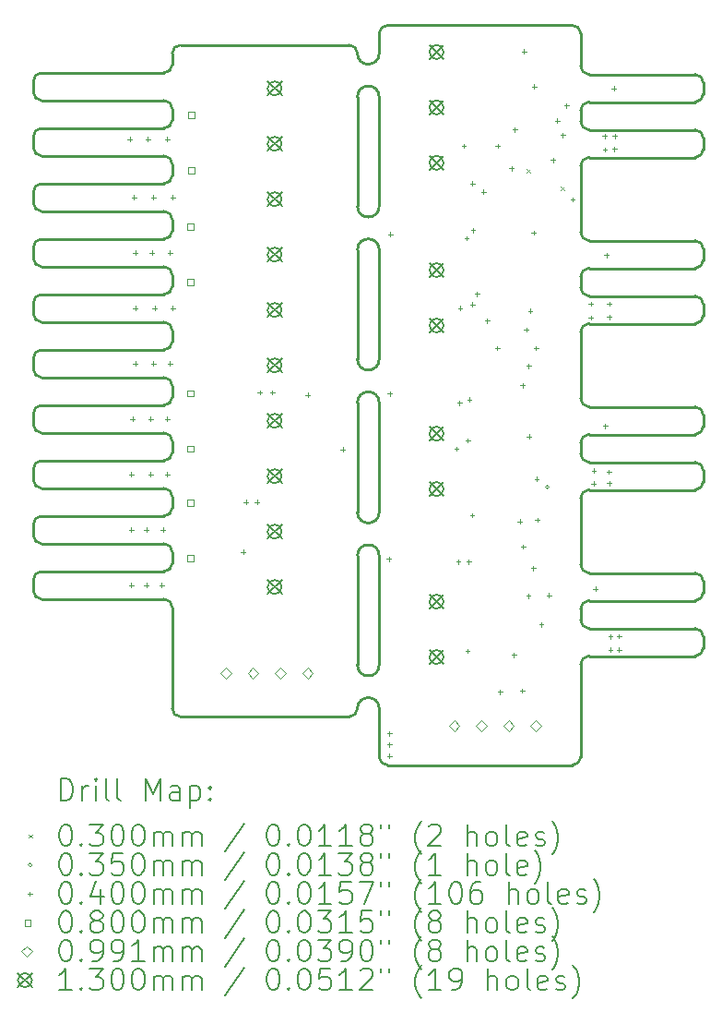
<source format=gbr>
%TF.GenerationSoftware,KiCad,Pcbnew,7.0.11*%
%TF.CreationDate,2024-11-17T18:12:17-05:00*%
%TF.ProjectId,14.1.4 - PMOS - PLC Connector Combined,31342e31-2e34-4202-9d20-504d4f53202d,rev?*%
%TF.SameCoordinates,Original*%
%TF.FileFunction,Drillmap*%
%TF.FilePolarity,Positive*%
%FSLAX45Y45*%
G04 Gerber Fmt 4.5, Leading zero omitted, Abs format (unit mm)*
G04 Created by KiCad (PCBNEW 7.0.11) date 2024-11-17 18:12:17*
%MOMM*%
%LPD*%
G01*
G04 APERTURE LIST*
%ADD10C,0.250000*%
%ADD11C,0.200000*%
%ADD12C,0.100000*%
%ADD13C,0.130000*%
G04 APERTURE END LIST*
D10*
X7124000Y-7599000D02*
X8249000Y-7599000D01*
X10024000Y-11518750D02*
X10024000Y-12520750D01*
X13198999Y-9212051D02*
G75*
G03*
X13124000Y-9137051I-74999J1D01*
G01*
X7049000Y-7778000D02*
X7049000Y-7674000D01*
X8249000Y-11917000D02*
X7124000Y-11917000D01*
X7124000Y-8615000D02*
X8249000Y-8615000D01*
X10224000Y-12520750D02*
X10224000Y-11518750D01*
X7049000Y-11334000D02*
X7049000Y-11230000D01*
X13124000Y-10915051D02*
X12149000Y-10915051D01*
X10024000Y-7312000D02*
X10024000Y-8314000D01*
X7049000Y-11334000D02*
G75*
G03*
X7124000Y-11409000I75000J0D01*
G01*
X13198999Y-12260051D02*
G75*
G03*
X13124000Y-12185051I-74999J1D01*
G01*
X7049000Y-8794000D02*
G75*
G03*
X7124000Y-8869000I75000J0D01*
G01*
X12073999Y-7030051D02*
G75*
G03*
X12149000Y-7105051I75001J1D01*
G01*
X8249000Y-7091000D02*
G75*
G03*
X8324000Y-7016000I0J75000D01*
G01*
X8249000Y-9377000D02*
X7124000Y-9377000D01*
X12074000Y-12006051D02*
X12074000Y-12110051D01*
X12074000Y-7942051D02*
X12074000Y-8554051D01*
X7049000Y-11842000D02*
G75*
G03*
X7124000Y-11917000I75000J0D01*
G01*
X13199000Y-12260051D02*
X13199000Y-12364051D01*
X7124000Y-8615000D02*
G75*
G03*
X7049000Y-8690000I0J-75000D01*
G01*
X7124000Y-11663000D02*
G75*
G03*
X7049000Y-11738000I0J-75000D01*
G01*
X10024000Y-6912000D02*
G75*
G03*
X10224000Y-6912000I100000J0D01*
G01*
X7049000Y-10826000D02*
G75*
G03*
X7124000Y-10901000I75000J0D01*
G01*
X8324000Y-8032000D02*
X8324000Y-7928000D01*
X12073999Y-7538051D02*
G75*
G03*
X12149000Y-7613051I75001J1D01*
G01*
X12073999Y-10586051D02*
G75*
G03*
X12149000Y-10661051I75001J1D01*
G01*
X12149000Y-7867050D02*
G75*
G03*
X12074000Y-7942051I0J-75000D01*
G01*
X8249000Y-10393000D02*
X7124000Y-10393000D01*
X12149000Y-11931050D02*
G75*
G03*
X12074000Y-12006051I0J-75000D01*
G01*
X12149000Y-8629051D02*
X13124000Y-8629051D01*
X13124000Y-7359051D02*
X12149000Y-7359051D01*
X13124000Y-9391051D02*
X12149000Y-9391051D01*
X8249000Y-7599000D02*
G75*
G03*
X8324000Y-7524000I0J75000D01*
G01*
X10024000Y-6912000D02*
G75*
G03*
X9949000Y-6837000I-75000J0D01*
G01*
X8249000Y-7345000D02*
X7124000Y-7345000D01*
X13198999Y-10736051D02*
G75*
G03*
X13124000Y-10661051I-74999J1D01*
G01*
X13199000Y-9212051D02*
X13199000Y-9316051D01*
X10024000Y-8714000D02*
X10024000Y-9716000D01*
X7049000Y-9810000D02*
G75*
G03*
X7124000Y-9885000I75000J0D01*
G01*
X13124000Y-10407051D02*
X12149000Y-10407051D01*
X7049000Y-7778000D02*
G75*
G03*
X7124000Y-7853000I75000J0D01*
G01*
X7049000Y-8794000D02*
X7049000Y-8690000D01*
X8324000Y-11080000D02*
X8324000Y-10976000D01*
X13198999Y-11752051D02*
G75*
G03*
X13124000Y-11677051I-74999J1D01*
G01*
X13124000Y-8883051D02*
X12149000Y-8883051D01*
X7124000Y-11155000D02*
G75*
G03*
X7049000Y-11230000I0J-75000D01*
G01*
X13199000Y-8704051D02*
X13199000Y-8808051D01*
X8324000Y-11484000D02*
G75*
G03*
X8249000Y-11409000I-75000J0D01*
G01*
X10224000Y-10116750D02*
G75*
G03*
X10024000Y-10116750I-100000J0D01*
G01*
X8249000Y-9123000D02*
G75*
G03*
X8324000Y-9048000I0J75000D01*
G01*
X13124000Y-9391050D02*
G75*
G03*
X13199000Y-9316051I0J75000D01*
G01*
X7124000Y-11663000D02*
X8249000Y-11663000D01*
X8249000Y-7853000D02*
X7124000Y-7853000D01*
X8249000Y-10901000D02*
X7124000Y-10901000D01*
X7049000Y-10318000D02*
X7049000Y-10214000D01*
X8324000Y-8944000D02*
G75*
G03*
X8249000Y-8869000I-75000J0D01*
G01*
X12149000Y-9391050D02*
G75*
G03*
X12074000Y-9466051I0J-75000D01*
G01*
X8324000Y-12920750D02*
G75*
G03*
X8399000Y-12995750I75000J0D01*
G01*
X8324000Y-7016000D02*
X8324000Y-6912000D01*
X7049000Y-8286000D02*
G75*
G03*
X7124000Y-8361000I75000J0D01*
G01*
X10224000Y-12920750D02*
G75*
G03*
X10024000Y-12920750I-100000J0D01*
G01*
X10224000Y-11118750D02*
X10224000Y-10116750D01*
X7124000Y-10647000D02*
G75*
G03*
X7049000Y-10722000I0J-75000D01*
G01*
X8249000Y-10647000D02*
G75*
G03*
X8324000Y-10572000I0J75000D01*
G01*
X13198999Y-10228051D02*
G75*
G03*
X13124000Y-10153051I-74999J1D01*
G01*
X10224000Y-9716000D02*
X10224000Y-8714000D01*
X12149000Y-10915050D02*
G75*
G03*
X12074000Y-10990051I0J-75000D01*
G01*
X8249000Y-8361000D02*
X7124000Y-8361000D01*
X8324000Y-10468000D02*
G75*
G03*
X8249000Y-10393000I-75000J0D01*
G01*
X8249000Y-8615000D02*
G75*
G03*
X8324000Y-8540000I0J75000D01*
G01*
X12149000Y-11677051D02*
X13124000Y-11677051D01*
X9949000Y-12995750D02*
X8399000Y-12995750D01*
X12073999Y-6730051D02*
G75*
G03*
X11999000Y-6655051I-74999J1D01*
G01*
X12073999Y-11602051D02*
G75*
G03*
X12149000Y-11677051I75001J1D01*
G01*
X13124000Y-7867050D02*
G75*
G03*
X13199000Y-7792051I0J75000D01*
G01*
X7124000Y-10139000D02*
X8249000Y-10139000D01*
X10224000Y-7312000D02*
G75*
G03*
X10024000Y-7312000I-100000J0D01*
G01*
X10299000Y-6655050D02*
G75*
G03*
X10224000Y-6730051I0J-75000D01*
G01*
X12074000Y-6730051D02*
X12074000Y-7030051D01*
X12073999Y-10078051D02*
G75*
G03*
X12149000Y-10153051I75001J1D01*
G01*
X7049000Y-8286000D02*
X7049000Y-8182000D01*
X13124000Y-11931051D02*
X12149000Y-11931051D01*
X7049000Y-10318000D02*
G75*
G03*
X7124000Y-10393000I75000J0D01*
G01*
X13199000Y-7688051D02*
X13199000Y-7792051D01*
X8324000Y-10976000D02*
G75*
G03*
X8249000Y-10901000I-75000J0D01*
G01*
X12074000Y-10482051D02*
X12074000Y-10586051D01*
X7124000Y-7599000D02*
G75*
G03*
X7049000Y-7674000I0J-75000D01*
G01*
X8249000Y-8107000D02*
G75*
G03*
X8324000Y-8032000I0J75000D01*
G01*
X8324000Y-10064000D02*
X8324000Y-9960000D01*
X12149000Y-7359050D02*
G75*
G03*
X12074000Y-7434051I0J-75000D01*
G01*
X10024000Y-10116750D02*
X10024000Y-11118750D01*
X8324000Y-8436000D02*
G75*
G03*
X8249000Y-8361000I-75000J0D01*
G01*
X7124000Y-11155000D02*
X8249000Y-11155000D01*
X7049000Y-7270000D02*
X7049000Y-7166000D01*
X8324000Y-11992000D02*
G75*
G03*
X8249000Y-11917000I-75000J0D01*
G01*
X12149000Y-10407050D02*
G75*
G03*
X12074000Y-10482051I0J-75000D01*
G01*
X12074000Y-9466051D02*
X12074000Y-10078051D01*
X8324000Y-11588000D02*
X8324000Y-11484000D01*
X13124000Y-11931050D02*
G75*
G03*
X13199000Y-11856051I0J75000D01*
G01*
X10024000Y-11118750D02*
G75*
G03*
X10224000Y-11118750I100000J0D01*
G01*
X7124000Y-10139000D02*
G75*
G03*
X7049000Y-10214000I0J-75000D01*
G01*
X8399000Y-6837000D02*
G75*
G03*
X8324000Y-6912000I0J-75000D01*
G01*
X7049000Y-10826000D02*
X7049000Y-10722000D01*
X13198999Y-7180051D02*
G75*
G03*
X13124000Y-7105051I-74999J1D01*
G01*
X12073999Y-9062051D02*
G75*
G03*
X12149000Y-9137051I75001J1D01*
G01*
X7124000Y-7091000D02*
G75*
G03*
X7049000Y-7166000I0J-75000D01*
G01*
X8324000Y-8540000D02*
X8324000Y-8436000D01*
X12073999Y-8554051D02*
G75*
G03*
X12149000Y-8629051I75001J1D01*
G01*
X7124000Y-9123000D02*
G75*
G03*
X7049000Y-9198000I0J-75000D01*
G01*
X12149000Y-8883050D02*
G75*
G03*
X12074000Y-8958051I0J-75000D01*
G01*
X7124000Y-9631000D02*
G75*
G03*
X7049000Y-9706000I0J-75000D01*
G01*
X7049000Y-9810000D02*
X7049000Y-9706000D01*
X7049000Y-9302000D02*
X7049000Y-9198000D01*
X8324000Y-7420000D02*
G75*
G03*
X8249000Y-7345000I-75000J0D01*
G01*
X8249000Y-11409000D02*
X7124000Y-11409000D01*
X7049000Y-9302000D02*
G75*
G03*
X7124000Y-9377000I75000J0D01*
G01*
X13124000Y-12439050D02*
G75*
G03*
X13199000Y-12364051I0J75000D01*
G01*
X12149000Y-12185051D02*
X13124000Y-12185051D01*
X7049000Y-7270000D02*
G75*
G03*
X7124000Y-7345000I75000J0D01*
G01*
X8324000Y-10572000D02*
X8324000Y-10468000D01*
X10224000Y-6912000D02*
X10224000Y-6730051D01*
X12073999Y-12110051D02*
G75*
G03*
X12149000Y-12185051I75001J1D01*
G01*
X7124000Y-9631000D02*
X8249000Y-9631000D01*
X7124000Y-8107000D02*
G75*
G03*
X7049000Y-8182000I0J-75000D01*
G01*
X12074000Y-8958051D02*
X12074000Y-9062051D01*
X8324000Y-9960000D02*
G75*
G03*
X8249000Y-9885000I-75000J0D01*
G01*
X8249000Y-9885000D02*
X7124000Y-9885000D01*
X10024000Y-8314000D02*
G75*
G03*
X10224000Y-8314000I100000J0D01*
G01*
X11999000Y-13439051D02*
X10299000Y-13439051D01*
X8249000Y-11663000D02*
G75*
G03*
X8324000Y-11588000I0J75000D01*
G01*
X7124000Y-8107000D02*
X8249000Y-8107000D01*
X7124000Y-7091000D02*
X8249000Y-7091000D01*
X8324000Y-7524000D02*
X8324000Y-7420000D01*
X10224000Y-13364051D02*
X10224000Y-12920750D01*
X11999000Y-13439050D02*
G75*
G03*
X12074000Y-13364051I0J75000D01*
G01*
X13124000Y-10407050D02*
G75*
G03*
X13199000Y-10332051I0J75000D01*
G01*
X10224000Y-8714000D02*
G75*
G03*
X10024000Y-8714000I-100000J0D01*
G01*
X8324000Y-9452000D02*
G75*
G03*
X8249000Y-9377000I-75000J0D01*
G01*
X10224000Y-11518750D02*
G75*
G03*
X10024000Y-11518750I-100000J0D01*
G01*
X10024000Y-12520750D02*
G75*
G03*
X10224000Y-12520750I100000J0D01*
G01*
X12074000Y-10990051D02*
X12074000Y-11602051D01*
X9949000Y-12995750D02*
G75*
G03*
X10024000Y-12920750I0J75000D01*
G01*
X12074000Y-7434051D02*
X12074000Y-7538051D01*
X13199000Y-7180051D02*
X13199000Y-7284051D01*
X12149000Y-10153051D02*
X13124000Y-10153051D01*
X10224000Y-8314000D02*
X10224000Y-7312000D01*
X8324000Y-12920750D02*
X8324000Y-11992000D01*
X8249000Y-9631000D02*
G75*
G03*
X8324000Y-9556000I0J75000D01*
G01*
X7049000Y-11842000D02*
X7049000Y-11738000D01*
X8324000Y-9048000D02*
X8324000Y-8944000D01*
X13199000Y-10736051D02*
X13199000Y-10840051D01*
X10223999Y-13364051D02*
G75*
G03*
X10299000Y-13439051I75001J1D01*
G01*
X12149000Y-7613051D02*
X13124000Y-7613051D01*
X13124000Y-12439051D02*
X12149000Y-12439051D01*
X13198999Y-8704051D02*
G75*
G03*
X13124000Y-8629051I-74999J1D01*
G01*
X8249000Y-10139000D02*
G75*
G03*
X8324000Y-10064000I0J75000D01*
G01*
X8324000Y-7928000D02*
G75*
G03*
X8249000Y-7853000I-75000J0D01*
G01*
X8399000Y-6837000D02*
X9949000Y-6837000D01*
X13124000Y-8883050D02*
G75*
G03*
X13199000Y-8808051I0J75000D01*
G01*
X7124000Y-10647000D02*
X8249000Y-10647000D01*
X13199000Y-10228051D02*
X13199000Y-10332051D01*
X13124000Y-7359050D02*
G75*
G03*
X13199000Y-7284051I0J75000D01*
G01*
X13124000Y-10915050D02*
G75*
G03*
X13199000Y-10840051I0J75000D01*
G01*
X12149000Y-12439050D02*
G75*
G03*
X12074000Y-12514051I0J-75000D01*
G01*
X13198999Y-7688051D02*
G75*
G03*
X13124000Y-7613051I-74999J1D01*
G01*
X8324000Y-9556000D02*
X8324000Y-9452000D01*
X12149000Y-9137051D02*
X13124000Y-9137051D01*
X10299000Y-6655051D02*
X11999000Y-6655051D01*
X13124000Y-7867051D02*
X12149000Y-7867051D01*
X8249000Y-11155000D02*
G75*
G03*
X8324000Y-11080000I0J75000D01*
G01*
X13199000Y-11752051D02*
X13199000Y-11856051D01*
X12149000Y-10661051D02*
X13124000Y-10661051D01*
X7124000Y-9123000D02*
X8249000Y-9123000D01*
X8249000Y-8869000D02*
X7124000Y-8869000D01*
X10024000Y-9716000D02*
G75*
G03*
X10224000Y-9716000I100000J0D01*
G01*
X12149000Y-7105051D02*
X13124000Y-7105051D01*
X12074000Y-12514051D02*
X12074000Y-13364051D01*
D11*
D12*
X11580000Y-7974000D02*
X11610000Y-8004000D01*
X11610000Y-7974000D02*
X11580000Y-8004000D01*
X11891012Y-8134762D02*
X11921012Y-8164762D01*
X11921012Y-8134762D02*
X11891012Y-8164762D01*
X11784319Y-10888806D02*
G75*
G03*
X11749319Y-10888806I-17500J0D01*
G01*
X11749319Y-10888806D02*
G75*
G03*
X11784319Y-10888806I17500J0D01*
G01*
X7934425Y-7678022D02*
X7934425Y-7718022D01*
X7914425Y-7698022D02*
X7954425Y-7698022D01*
X7947125Y-10751422D02*
X7947125Y-10791422D01*
X7927125Y-10771422D02*
X7967125Y-10771422D01*
X7947125Y-11259422D02*
X7947125Y-11299422D01*
X7927125Y-11279422D02*
X7967125Y-11279422D01*
X7947125Y-11767422D02*
X7947125Y-11807422D01*
X7927125Y-11787422D02*
X7967125Y-11787422D01*
X7959825Y-10243422D02*
X7959825Y-10283422D01*
X7939825Y-10263422D02*
X7979825Y-10263422D01*
X7972525Y-8211422D02*
X7972525Y-8251422D01*
X7952525Y-8231422D02*
X7992525Y-8231422D01*
X7985225Y-8719422D02*
X7985225Y-8759422D01*
X7965225Y-8739422D02*
X8005225Y-8739422D01*
X7985225Y-9227422D02*
X7985225Y-9267422D01*
X7965225Y-9247422D02*
X8005225Y-9247422D01*
X7985225Y-9735422D02*
X7985225Y-9775422D01*
X7965225Y-9755422D02*
X8005225Y-9755422D01*
X8086825Y-11259422D02*
X8086825Y-11299422D01*
X8066825Y-11279422D02*
X8106825Y-11279422D01*
X8086825Y-11767422D02*
X8086825Y-11807422D01*
X8066825Y-11787422D02*
X8106825Y-11787422D01*
X8099525Y-7678022D02*
X8099525Y-7718022D01*
X8079525Y-7698022D02*
X8119525Y-7698022D01*
X8124925Y-10243422D02*
X8124925Y-10283422D01*
X8104925Y-10263422D02*
X8144925Y-10263422D01*
X8124925Y-10751422D02*
X8124925Y-10791422D01*
X8104925Y-10771422D02*
X8144925Y-10771422D01*
X8137625Y-8719422D02*
X8137625Y-8759422D01*
X8117625Y-8739422D02*
X8157625Y-8739422D01*
X8150325Y-8211422D02*
X8150325Y-8251422D01*
X8130325Y-8231422D02*
X8170325Y-8231422D01*
X8150325Y-9735422D02*
X8150325Y-9775422D01*
X8130325Y-9755422D02*
X8170325Y-9755422D01*
X8163025Y-9227422D02*
X8163025Y-9267422D01*
X8143025Y-9247422D02*
X8183025Y-9247422D01*
X8226525Y-11767422D02*
X8226525Y-11807422D01*
X8206525Y-11787422D02*
X8246525Y-11787422D01*
X8239225Y-11259422D02*
X8239225Y-11299422D01*
X8219225Y-11279422D02*
X8259225Y-11279422D01*
X8277325Y-7678022D02*
X8277325Y-7718022D01*
X8257325Y-7698022D02*
X8297325Y-7698022D01*
X8277325Y-10243422D02*
X8277325Y-10283422D01*
X8257325Y-10263422D02*
X8297325Y-10263422D01*
X8277325Y-10751422D02*
X8277325Y-10791422D01*
X8257325Y-10771422D02*
X8297325Y-10771422D01*
X8302725Y-8719422D02*
X8302725Y-8759422D01*
X8282725Y-8739422D02*
X8322725Y-8739422D01*
X8302725Y-9735422D02*
X8302725Y-9775422D01*
X8282725Y-9755422D02*
X8322725Y-9755422D01*
X8328125Y-8211422D02*
X8328125Y-8251422D01*
X8308125Y-8231422D02*
X8348125Y-8231422D01*
X8328125Y-9227422D02*
X8328125Y-9267422D01*
X8308125Y-9247422D02*
X8348125Y-9247422D01*
X8975815Y-11462622D02*
X8975815Y-11502622D01*
X8955815Y-11482622D02*
X8995815Y-11482622D01*
X9001225Y-11005422D02*
X9001225Y-11045422D01*
X8981225Y-11025422D02*
X9021225Y-11025422D01*
X9102825Y-11005422D02*
X9102825Y-11045422D01*
X9082825Y-11025422D02*
X9122825Y-11025422D01*
X9128225Y-10002122D02*
X9128225Y-10042122D01*
X9108225Y-10022122D02*
X9148225Y-10022122D01*
X9242525Y-10002122D02*
X9242525Y-10042122D01*
X9222525Y-10022122D02*
X9262525Y-10022122D01*
X9567900Y-10024440D02*
X9567900Y-10064440D01*
X9547900Y-10044440D02*
X9587900Y-10044440D01*
X9890225Y-10524000D02*
X9890225Y-10564000D01*
X9870225Y-10544000D02*
X9910225Y-10544000D01*
X10313000Y-11529000D02*
X10313000Y-11569000D01*
X10293000Y-11549000D02*
X10333000Y-11549000D01*
X10318000Y-13128000D02*
X10318000Y-13168000D01*
X10298000Y-13148000D02*
X10338000Y-13148000D01*
X10318000Y-13230000D02*
X10318000Y-13270000D01*
X10298000Y-13250000D02*
X10338000Y-13250000D01*
X10319000Y-13334000D02*
X10319000Y-13374000D01*
X10299000Y-13354000D02*
X10339000Y-13354000D01*
X10320000Y-10012000D02*
X10320000Y-10052000D01*
X10300000Y-10032000D02*
X10340000Y-10032000D01*
X10327000Y-8552000D02*
X10327000Y-8592000D01*
X10307000Y-8572000D02*
X10347000Y-8572000D01*
X10933000Y-10519000D02*
X10933000Y-10559000D01*
X10913000Y-10539000D02*
X10953000Y-10539000D01*
X10949524Y-11554801D02*
X10949524Y-11594801D01*
X10929524Y-11574801D02*
X10969524Y-11574801D01*
X10961000Y-10098000D02*
X10961000Y-10138000D01*
X10941000Y-10118000D02*
X10981000Y-10118000D01*
X10968000Y-9230000D02*
X10968000Y-9270000D01*
X10948000Y-9250000D02*
X10988000Y-9250000D01*
X11002000Y-7740000D02*
X11002000Y-7780000D01*
X10982000Y-7760000D02*
X11022000Y-7760000D01*
X11027000Y-8587000D02*
X11027000Y-8627000D01*
X11007000Y-8607000D02*
X11047000Y-8607000D01*
X11034500Y-12371500D02*
X11034500Y-12411500D01*
X11014500Y-12391500D02*
X11054500Y-12391500D01*
X11037000Y-10442000D02*
X11037000Y-10482000D01*
X11017000Y-10462000D02*
X11057000Y-10462000D01*
X11047000Y-11553000D02*
X11047000Y-11593000D01*
X11027000Y-11573000D02*
X11067000Y-11573000D01*
X11051000Y-10066000D02*
X11051000Y-10106000D01*
X11031000Y-10086000D02*
X11071000Y-10086000D01*
X11076000Y-11127000D02*
X11076000Y-11167000D01*
X11056000Y-11147000D02*
X11096000Y-11147000D01*
X11079000Y-9194000D02*
X11079000Y-9234000D01*
X11059000Y-9214000D02*
X11099000Y-9214000D01*
X11079887Y-8084887D02*
X11079887Y-8124887D01*
X11059887Y-8104887D02*
X11099887Y-8104887D01*
X11085662Y-8515662D02*
X11085662Y-8555662D01*
X11065662Y-8535662D02*
X11105662Y-8535662D01*
X11121000Y-9100000D02*
X11121000Y-9140000D01*
X11101000Y-9120000D02*
X11141000Y-9120000D01*
X11182000Y-8161000D02*
X11182000Y-8201000D01*
X11162000Y-8181000D02*
X11202000Y-8181000D01*
X11216000Y-9345000D02*
X11216000Y-9385000D01*
X11196000Y-9365000D02*
X11236000Y-9365000D01*
X11307000Y-9596000D02*
X11307000Y-9636000D01*
X11287000Y-9616000D02*
X11327000Y-9616000D01*
X11311400Y-7742000D02*
X11311400Y-7782000D01*
X11291400Y-7762000D02*
X11331400Y-7762000D01*
X11334000Y-12747000D02*
X11334000Y-12787000D01*
X11314000Y-12767000D02*
X11354000Y-12767000D01*
X11439000Y-7946000D02*
X11439000Y-7986000D01*
X11419000Y-7966000D02*
X11459000Y-7966000D01*
X11462000Y-12408000D02*
X11462000Y-12448000D01*
X11442000Y-12428000D02*
X11482000Y-12428000D01*
X11470000Y-7592000D02*
X11470000Y-7632000D01*
X11450000Y-7612000D02*
X11490000Y-7612000D01*
X11515000Y-11184000D02*
X11515000Y-11224000D01*
X11495000Y-11204000D02*
X11535000Y-11204000D01*
X11536000Y-12736000D02*
X11536000Y-12776000D01*
X11516000Y-12756000D02*
X11556000Y-12756000D01*
X11540000Y-9937000D02*
X11540000Y-9977000D01*
X11520000Y-9957000D02*
X11560000Y-9957000D01*
X11544000Y-11416000D02*
X11544000Y-11456000D01*
X11524000Y-11436000D02*
X11564000Y-11436000D01*
X11555000Y-6874000D02*
X11555000Y-6914000D01*
X11535000Y-6894000D02*
X11575000Y-6894000D01*
X11573000Y-9424913D02*
X11573000Y-9464913D01*
X11553000Y-9444913D02*
X11593000Y-9444913D01*
X11593000Y-11867000D02*
X11593000Y-11907000D01*
X11573000Y-11887000D02*
X11613000Y-11887000D01*
X11595000Y-9758000D02*
X11595000Y-9798000D01*
X11575000Y-9778000D02*
X11615000Y-9778000D01*
X11600000Y-10404000D02*
X11600000Y-10444000D01*
X11580000Y-10424000D02*
X11620000Y-10424000D01*
X11610113Y-9254113D02*
X11610113Y-9294113D01*
X11590113Y-9274113D02*
X11630113Y-9274113D01*
X11640000Y-11614000D02*
X11640000Y-11654000D01*
X11620000Y-11634000D02*
X11660000Y-11634000D01*
X11642400Y-8537000D02*
X11642400Y-8577000D01*
X11622400Y-8557000D02*
X11662400Y-8557000D01*
X11648000Y-7198000D02*
X11648000Y-7238000D01*
X11628000Y-7218000D02*
X11668000Y-7218000D01*
X11663000Y-9596000D02*
X11663000Y-9636000D01*
X11643000Y-9616000D02*
X11683000Y-9616000D01*
X11670000Y-10796000D02*
X11670000Y-10836000D01*
X11650000Y-10816000D02*
X11690000Y-10816000D01*
X11676000Y-11169000D02*
X11676000Y-11209000D01*
X11656000Y-11189000D02*
X11696000Y-11189000D01*
X11711000Y-12131000D02*
X11711000Y-12171000D01*
X11691000Y-12151000D02*
X11731000Y-12151000D01*
X11783113Y-11860887D02*
X11783113Y-11900887D01*
X11763113Y-11880887D02*
X11803113Y-11880887D01*
X11820503Y-7870600D02*
X11820503Y-7910600D01*
X11800503Y-7890600D02*
X11840503Y-7890600D01*
X11858126Y-7508674D02*
X11858126Y-7548674D01*
X11838126Y-7528674D02*
X11878126Y-7528674D01*
X11908893Y-7642107D02*
X11908893Y-7682107D01*
X11888893Y-7662107D02*
X11928893Y-7662107D01*
X11942626Y-7370000D02*
X11942626Y-7410000D01*
X11922626Y-7390000D02*
X11962626Y-7390000D01*
X11999000Y-8232000D02*
X11999000Y-8272000D01*
X11979000Y-8252000D02*
X12019000Y-8252000D01*
X12168000Y-9190000D02*
X12168000Y-9230000D01*
X12148000Y-9210000D02*
X12188000Y-9210000D01*
X12168000Y-9315000D02*
X12168000Y-9355000D01*
X12148000Y-9335000D02*
X12188000Y-9335000D01*
X12193000Y-10838000D02*
X12193000Y-10878000D01*
X12173000Y-10858000D02*
X12213000Y-10858000D01*
X12195000Y-10719000D02*
X12195000Y-10759000D01*
X12175000Y-10739000D02*
X12215000Y-10739000D01*
X12208000Y-11801000D02*
X12208000Y-11841000D01*
X12188000Y-11821000D02*
X12228000Y-11821000D01*
X12293000Y-7650000D02*
X12293000Y-7690000D01*
X12273000Y-7670000D02*
X12313000Y-7670000D01*
X12296000Y-7776000D02*
X12296000Y-7816000D01*
X12276000Y-7796000D02*
X12316000Y-7796000D01*
X12298000Y-10309000D02*
X12298000Y-10349000D01*
X12278000Y-10329000D02*
X12318000Y-10329000D01*
X12312000Y-8744000D02*
X12312000Y-8784000D01*
X12292000Y-8764000D02*
X12332000Y-8764000D01*
X12333000Y-10729000D02*
X12333000Y-10769000D01*
X12313000Y-10749000D02*
X12353000Y-10749000D01*
X12335000Y-9190000D02*
X12335000Y-9230000D01*
X12315000Y-9210000D02*
X12355000Y-9210000D01*
X12335000Y-9311000D02*
X12335000Y-9351000D01*
X12315000Y-9331000D02*
X12355000Y-9331000D01*
X12335000Y-10835000D02*
X12335000Y-10875000D01*
X12315000Y-10855000D02*
X12355000Y-10855000D01*
X12346000Y-12362000D02*
X12346000Y-12402000D01*
X12326000Y-12382000D02*
X12366000Y-12382000D01*
X12347000Y-12241000D02*
X12347000Y-12281000D01*
X12327000Y-12261000D02*
X12367000Y-12261000D01*
X12378000Y-7214000D02*
X12378000Y-7254000D01*
X12358000Y-7234000D02*
X12398000Y-7234000D01*
X12385000Y-7769000D02*
X12385000Y-7809000D01*
X12365000Y-7789000D02*
X12405000Y-7789000D01*
X12388000Y-7650000D02*
X12388000Y-7690000D01*
X12368000Y-7670000D02*
X12408000Y-7670000D01*
X12425000Y-12360000D02*
X12425000Y-12400000D01*
X12405000Y-12380000D02*
X12445000Y-12380000D01*
X12426000Y-12237000D02*
X12426000Y-12277000D01*
X12406000Y-12257000D02*
X12446000Y-12257000D01*
X8516110Y-11059507D02*
X8516110Y-11002938D01*
X8459541Y-11002938D01*
X8459541Y-11059507D01*
X8516110Y-11059507D01*
X8516110Y-11567507D02*
X8516110Y-11510938D01*
X8459541Y-11510938D01*
X8459541Y-11567507D01*
X8516110Y-11567507D01*
X8520110Y-8528507D02*
X8520110Y-8471938D01*
X8463541Y-8471938D01*
X8463541Y-8528507D01*
X8520110Y-8528507D01*
X8520110Y-9036507D02*
X8520110Y-8979938D01*
X8463541Y-8979938D01*
X8463541Y-9036507D01*
X8520110Y-9036507D01*
X8520110Y-10058007D02*
X8520110Y-10001438D01*
X8463541Y-10001438D01*
X8463541Y-10058007D01*
X8520110Y-10058007D01*
X8520110Y-10566007D02*
X8520110Y-10509438D01*
X8463541Y-10509438D01*
X8463541Y-10566007D01*
X8520110Y-10566007D01*
X8529110Y-7506507D02*
X8529110Y-7449938D01*
X8472541Y-7449938D01*
X8472541Y-7506507D01*
X8529110Y-7506507D01*
X8529110Y-8014507D02*
X8529110Y-7957938D01*
X8472541Y-7957938D01*
X8472541Y-8014507D01*
X8529110Y-8014507D01*
X8816000Y-12646530D02*
X8865530Y-12597000D01*
X8816000Y-12547470D01*
X8766470Y-12597000D01*
X8816000Y-12646530D01*
X9066000Y-12646530D02*
X9115530Y-12597000D01*
X9066000Y-12547470D01*
X9016470Y-12597000D01*
X9066000Y-12646530D01*
X9316000Y-12646530D02*
X9365530Y-12597000D01*
X9316000Y-12547470D01*
X9266470Y-12597000D01*
X9316000Y-12646530D01*
X9566000Y-12646530D02*
X9615530Y-12597000D01*
X9566000Y-12547470D01*
X9516470Y-12597000D01*
X9566000Y-12646530D01*
X10912000Y-13125530D02*
X10961530Y-13076000D01*
X10912000Y-13026470D01*
X10862470Y-13076000D01*
X10912000Y-13125530D01*
X11162000Y-13125530D02*
X11211530Y-13076000D01*
X11162000Y-13026470D01*
X11112470Y-13076000D01*
X11162000Y-13125530D01*
X11412000Y-13125530D02*
X11461530Y-13076000D01*
X11412000Y-13026470D01*
X11362470Y-13076000D01*
X11412000Y-13125530D01*
X11662000Y-13125530D02*
X11711530Y-13076000D01*
X11662000Y-13026470D01*
X11612470Y-13076000D01*
X11662000Y-13125530D01*
D13*
X9199000Y-7169000D02*
X9329000Y-7299000D01*
X9329000Y-7169000D02*
X9199000Y-7299000D01*
X9329000Y-7234000D02*
G75*
G03*
X9199000Y-7234000I-65000J0D01*
G01*
X9199000Y-7234000D02*
G75*
G03*
X9329000Y-7234000I65000J0D01*
G01*
X9199000Y-7677000D02*
X9329000Y-7807000D01*
X9329000Y-7677000D02*
X9199000Y-7807000D01*
X9329000Y-7742000D02*
G75*
G03*
X9199000Y-7742000I-65000J0D01*
G01*
X9199000Y-7742000D02*
G75*
G03*
X9329000Y-7742000I65000J0D01*
G01*
X9199000Y-8185000D02*
X9329000Y-8315000D01*
X9329000Y-8185000D02*
X9199000Y-8315000D01*
X9329000Y-8250000D02*
G75*
G03*
X9199000Y-8250000I-65000J0D01*
G01*
X9199000Y-8250000D02*
G75*
G03*
X9329000Y-8250000I65000J0D01*
G01*
X9199000Y-8693000D02*
X9329000Y-8823000D01*
X9329000Y-8693000D02*
X9199000Y-8823000D01*
X9329000Y-8758000D02*
G75*
G03*
X9199000Y-8758000I-65000J0D01*
G01*
X9199000Y-8758000D02*
G75*
G03*
X9329000Y-8758000I65000J0D01*
G01*
X9199000Y-9201000D02*
X9329000Y-9331000D01*
X9329000Y-9201000D02*
X9199000Y-9331000D01*
X9329000Y-9266000D02*
G75*
G03*
X9199000Y-9266000I-65000J0D01*
G01*
X9199000Y-9266000D02*
G75*
G03*
X9329000Y-9266000I65000J0D01*
G01*
X9199000Y-9709000D02*
X9329000Y-9839000D01*
X9329000Y-9709000D02*
X9199000Y-9839000D01*
X9329000Y-9774000D02*
G75*
G03*
X9199000Y-9774000I-65000J0D01*
G01*
X9199000Y-9774000D02*
G75*
G03*
X9329000Y-9774000I65000J0D01*
G01*
X9199000Y-10217000D02*
X9329000Y-10347000D01*
X9329000Y-10217000D02*
X9199000Y-10347000D01*
X9329000Y-10282000D02*
G75*
G03*
X9199000Y-10282000I-65000J0D01*
G01*
X9199000Y-10282000D02*
G75*
G03*
X9329000Y-10282000I65000J0D01*
G01*
X9199000Y-10725000D02*
X9329000Y-10855000D01*
X9329000Y-10725000D02*
X9199000Y-10855000D01*
X9329000Y-10790000D02*
G75*
G03*
X9199000Y-10790000I-65000J0D01*
G01*
X9199000Y-10790000D02*
G75*
G03*
X9329000Y-10790000I65000J0D01*
G01*
X9199000Y-11233000D02*
X9329000Y-11363000D01*
X9329000Y-11233000D02*
X9199000Y-11363000D01*
X9329000Y-11298000D02*
G75*
G03*
X9199000Y-11298000I-65000J0D01*
G01*
X9199000Y-11298000D02*
G75*
G03*
X9329000Y-11298000I65000J0D01*
G01*
X9199000Y-11741000D02*
X9329000Y-11871000D01*
X9329000Y-11741000D02*
X9199000Y-11871000D01*
X9329000Y-11806000D02*
G75*
G03*
X9199000Y-11806000I-65000J0D01*
G01*
X9199000Y-11806000D02*
G75*
G03*
X9329000Y-11806000I65000J0D01*
G01*
X10685000Y-6835000D02*
X10815000Y-6965000D01*
X10815000Y-6835000D02*
X10685000Y-6965000D01*
X10815000Y-6900000D02*
G75*
G03*
X10685000Y-6900000I-65000J0D01*
G01*
X10685000Y-6900000D02*
G75*
G03*
X10815000Y-6900000I65000J0D01*
G01*
X10685000Y-7343000D02*
X10815000Y-7473000D01*
X10815000Y-7343000D02*
X10685000Y-7473000D01*
X10815000Y-7408000D02*
G75*
G03*
X10685000Y-7408000I-65000J0D01*
G01*
X10685000Y-7408000D02*
G75*
G03*
X10815000Y-7408000I65000J0D01*
G01*
X10685000Y-7851000D02*
X10815000Y-7981000D01*
X10815000Y-7851000D02*
X10685000Y-7981000D01*
X10815000Y-7916000D02*
G75*
G03*
X10685000Y-7916000I-65000J0D01*
G01*
X10685000Y-7916000D02*
G75*
G03*
X10815000Y-7916000I65000J0D01*
G01*
X10685000Y-8835000D02*
X10815000Y-8965000D01*
X10815000Y-8835000D02*
X10685000Y-8965000D01*
X10815000Y-8900000D02*
G75*
G03*
X10685000Y-8900000I-65000J0D01*
G01*
X10685000Y-8900000D02*
G75*
G03*
X10815000Y-8900000I65000J0D01*
G01*
X10685000Y-9343000D02*
X10815000Y-9473000D01*
X10815000Y-9343000D02*
X10685000Y-9473000D01*
X10815000Y-9408000D02*
G75*
G03*
X10685000Y-9408000I-65000J0D01*
G01*
X10685000Y-9408000D02*
G75*
G03*
X10815000Y-9408000I65000J0D01*
G01*
X10685000Y-10335000D02*
X10815000Y-10465000D01*
X10815000Y-10335000D02*
X10685000Y-10465000D01*
X10815000Y-10400000D02*
G75*
G03*
X10685000Y-10400000I-65000J0D01*
G01*
X10685000Y-10400000D02*
G75*
G03*
X10815000Y-10400000I65000J0D01*
G01*
X10685000Y-10843000D02*
X10815000Y-10973000D01*
X10815000Y-10843000D02*
X10685000Y-10973000D01*
X10815000Y-10908000D02*
G75*
G03*
X10685000Y-10908000I-65000J0D01*
G01*
X10685000Y-10908000D02*
G75*
G03*
X10815000Y-10908000I65000J0D01*
G01*
X10685000Y-11875000D02*
X10815000Y-12005000D01*
X10815000Y-11875000D02*
X10685000Y-12005000D01*
X10815000Y-11940000D02*
G75*
G03*
X10685000Y-11940000I-65000J0D01*
G01*
X10685000Y-11940000D02*
G75*
G03*
X10815000Y-11940000I65000J0D01*
G01*
X10685000Y-12383000D02*
X10815000Y-12513000D01*
X10815000Y-12383000D02*
X10685000Y-12513000D01*
X10815000Y-12448000D02*
G75*
G03*
X10685000Y-12448000I-65000J0D01*
G01*
X10685000Y-12448000D02*
G75*
G03*
X10815000Y-12448000I65000J0D01*
G01*
D11*
X7297277Y-13763035D02*
X7297277Y-13563035D01*
X7297277Y-13563035D02*
X7344896Y-13563035D01*
X7344896Y-13563035D02*
X7373467Y-13572559D01*
X7373467Y-13572559D02*
X7392515Y-13591606D01*
X7392515Y-13591606D02*
X7402039Y-13610654D01*
X7402039Y-13610654D02*
X7411562Y-13648749D01*
X7411562Y-13648749D02*
X7411562Y-13677320D01*
X7411562Y-13677320D02*
X7402039Y-13715416D01*
X7402039Y-13715416D02*
X7392515Y-13734463D01*
X7392515Y-13734463D02*
X7373467Y-13753511D01*
X7373467Y-13753511D02*
X7344896Y-13763035D01*
X7344896Y-13763035D02*
X7297277Y-13763035D01*
X7497277Y-13763035D02*
X7497277Y-13629701D01*
X7497277Y-13667797D02*
X7506801Y-13648749D01*
X7506801Y-13648749D02*
X7516324Y-13639225D01*
X7516324Y-13639225D02*
X7535372Y-13629701D01*
X7535372Y-13629701D02*
X7554420Y-13629701D01*
X7621086Y-13763035D02*
X7621086Y-13629701D01*
X7621086Y-13563035D02*
X7611562Y-13572559D01*
X7611562Y-13572559D02*
X7621086Y-13582082D01*
X7621086Y-13582082D02*
X7630610Y-13572559D01*
X7630610Y-13572559D02*
X7621086Y-13563035D01*
X7621086Y-13563035D02*
X7621086Y-13582082D01*
X7744896Y-13763035D02*
X7725848Y-13753511D01*
X7725848Y-13753511D02*
X7716324Y-13734463D01*
X7716324Y-13734463D02*
X7716324Y-13563035D01*
X7849658Y-13763035D02*
X7830610Y-13753511D01*
X7830610Y-13753511D02*
X7821086Y-13734463D01*
X7821086Y-13734463D02*
X7821086Y-13563035D01*
X8078229Y-13763035D02*
X8078229Y-13563035D01*
X8078229Y-13563035D02*
X8144896Y-13705892D01*
X8144896Y-13705892D02*
X8211562Y-13563035D01*
X8211562Y-13563035D02*
X8211562Y-13763035D01*
X8392515Y-13763035D02*
X8392515Y-13658273D01*
X8392515Y-13658273D02*
X8382991Y-13639225D01*
X8382991Y-13639225D02*
X8363943Y-13629701D01*
X8363943Y-13629701D02*
X8325848Y-13629701D01*
X8325848Y-13629701D02*
X8306801Y-13639225D01*
X8392515Y-13753511D02*
X8373467Y-13763035D01*
X8373467Y-13763035D02*
X8325848Y-13763035D01*
X8325848Y-13763035D02*
X8306801Y-13753511D01*
X8306801Y-13753511D02*
X8297277Y-13734463D01*
X8297277Y-13734463D02*
X8297277Y-13715416D01*
X8297277Y-13715416D02*
X8306801Y-13696368D01*
X8306801Y-13696368D02*
X8325848Y-13686844D01*
X8325848Y-13686844D02*
X8373467Y-13686844D01*
X8373467Y-13686844D02*
X8392515Y-13677320D01*
X8487753Y-13629701D02*
X8487753Y-13829701D01*
X8487753Y-13639225D02*
X8506801Y-13629701D01*
X8506801Y-13629701D02*
X8544896Y-13629701D01*
X8544896Y-13629701D02*
X8563944Y-13639225D01*
X8563944Y-13639225D02*
X8573467Y-13648749D01*
X8573467Y-13648749D02*
X8582991Y-13667797D01*
X8582991Y-13667797D02*
X8582991Y-13724939D01*
X8582991Y-13724939D02*
X8573467Y-13743987D01*
X8573467Y-13743987D02*
X8563944Y-13753511D01*
X8563944Y-13753511D02*
X8544896Y-13763035D01*
X8544896Y-13763035D02*
X8506801Y-13763035D01*
X8506801Y-13763035D02*
X8487753Y-13753511D01*
X8668705Y-13743987D02*
X8678229Y-13753511D01*
X8678229Y-13753511D02*
X8668705Y-13763035D01*
X8668705Y-13763035D02*
X8659182Y-13753511D01*
X8659182Y-13753511D02*
X8668705Y-13743987D01*
X8668705Y-13743987D02*
X8668705Y-13763035D01*
X8668705Y-13639225D02*
X8678229Y-13648749D01*
X8678229Y-13648749D02*
X8668705Y-13658273D01*
X8668705Y-13658273D02*
X8659182Y-13648749D01*
X8659182Y-13648749D02*
X8668705Y-13639225D01*
X8668705Y-13639225D02*
X8668705Y-13658273D01*
D12*
X7006500Y-14076551D02*
X7036500Y-14106551D01*
X7036500Y-14076551D02*
X7006500Y-14106551D01*
D11*
X7335372Y-13983035D02*
X7354420Y-13983035D01*
X7354420Y-13983035D02*
X7373467Y-13992559D01*
X7373467Y-13992559D02*
X7382991Y-14002082D01*
X7382991Y-14002082D02*
X7392515Y-14021130D01*
X7392515Y-14021130D02*
X7402039Y-14059225D01*
X7402039Y-14059225D02*
X7402039Y-14106844D01*
X7402039Y-14106844D02*
X7392515Y-14144939D01*
X7392515Y-14144939D02*
X7382991Y-14163987D01*
X7382991Y-14163987D02*
X7373467Y-14173511D01*
X7373467Y-14173511D02*
X7354420Y-14183035D01*
X7354420Y-14183035D02*
X7335372Y-14183035D01*
X7335372Y-14183035D02*
X7316324Y-14173511D01*
X7316324Y-14173511D02*
X7306801Y-14163987D01*
X7306801Y-14163987D02*
X7297277Y-14144939D01*
X7297277Y-14144939D02*
X7287753Y-14106844D01*
X7287753Y-14106844D02*
X7287753Y-14059225D01*
X7287753Y-14059225D02*
X7297277Y-14021130D01*
X7297277Y-14021130D02*
X7306801Y-14002082D01*
X7306801Y-14002082D02*
X7316324Y-13992559D01*
X7316324Y-13992559D02*
X7335372Y-13983035D01*
X7487753Y-14163987D02*
X7497277Y-14173511D01*
X7497277Y-14173511D02*
X7487753Y-14183035D01*
X7487753Y-14183035D02*
X7478229Y-14173511D01*
X7478229Y-14173511D02*
X7487753Y-14163987D01*
X7487753Y-14163987D02*
X7487753Y-14183035D01*
X7563943Y-13983035D02*
X7687753Y-13983035D01*
X7687753Y-13983035D02*
X7621086Y-14059225D01*
X7621086Y-14059225D02*
X7649658Y-14059225D01*
X7649658Y-14059225D02*
X7668705Y-14068749D01*
X7668705Y-14068749D02*
X7678229Y-14078273D01*
X7678229Y-14078273D02*
X7687753Y-14097320D01*
X7687753Y-14097320D02*
X7687753Y-14144939D01*
X7687753Y-14144939D02*
X7678229Y-14163987D01*
X7678229Y-14163987D02*
X7668705Y-14173511D01*
X7668705Y-14173511D02*
X7649658Y-14183035D01*
X7649658Y-14183035D02*
X7592515Y-14183035D01*
X7592515Y-14183035D02*
X7573467Y-14173511D01*
X7573467Y-14173511D02*
X7563943Y-14163987D01*
X7811562Y-13983035D02*
X7830610Y-13983035D01*
X7830610Y-13983035D02*
X7849658Y-13992559D01*
X7849658Y-13992559D02*
X7859182Y-14002082D01*
X7859182Y-14002082D02*
X7868705Y-14021130D01*
X7868705Y-14021130D02*
X7878229Y-14059225D01*
X7878229Y-14059225D02*
X7878229Y-14106844D01*
X7878229Y-14106844D02*
X7868705Y-14144939D01*
X7868705Y-14144939D02*
X7859182Y-14163987D01*
X7859182Y-14163987D02*
X7849658Y-14173511D01*
X7849658Y-14173511D02*
X7830610Y-14183035D01*
X7830610Y-14183035D02*
X7811562Y-14183035D01*
X7811562Y-14183035D02*
X7792515Y-14173511D01*
X7792515Y-14173511D02*
X7782991Y-14163987D01*
X7782991Y-14163987D02*
X7773467Y-14144939D01*
X7773467Y-14144939D02*
X7763943Y-14106844D01*
X7763943Y-14106844D02*
X7763943Y-14059225D01*
X7763943Y-14059225D02*
X7773467Y-14021130D01*
X7773467Y-14021130D02*
X7782991Y-14002082D01*
X7782991Y-14002082D02*
X7792515Y-13992559D01*
X7792515Y-13992559D02*
X7811562Y-13983035D01*
X8002039Y-13983035D02*
X8021086Y-13983035D01*
X8021086Y-13983035D02*
X8040134Y-13992559D01*
X8040134Y-13992559D02*
X8049658Y-14002082D01*
X8049658Y-14002082D02*
X8059182Y-14021130D01*
X8059182Y-14021130D02*
X8068705Y-14059225D01*
X8068705Y-14059225D02*
X8068705Y-14106844D01*
X8068705Y-14106844D02*
X8059182Y-14144939D01*
X8059182Y-14144939D02*
X8049658Y-14163987D01*
X8049658Y-14163987D02*
X8040134Y-14173511D01*
X8040134Y-14173511D02*
X8021086Y-14183035D01*
X8021086Y-14183035D02*
X8002039Y-14183035D01*
X8002039Y-14183035D02*
X7982991Y-14173511D01*
X7982991Y-14173511D02*
X7973467Y-14163987D01*
X7973467Y-14163987D02*
X7963943Y-14144939D01*
X7963943Y-14144939D02*
X7954420Y-14106844D01*
X7954420Y-14106844D02*
X7954420Y-14059225D01*
X7954420Y-14059225D02*
X7963943Y-14021130D01*
X7963943Y-14021130D02*
X7973467Y-14002082D01*
X7973467Y-14002082D02*
X7982991Y-13992559D01*
X7982991Y-13992559D02*
X8002039Y-13983035D01*
X8154420Y-14183035D02*
X8154420Y-14049701D01*
X8154420Y-14068749D02*
X8163943Y-14059225D01*
X8163943Y-14059225D02*
X8182991Y-14049701D01*
X8182991Y-14049701D02*
X8211563Y-14049701D01*
X8211563Y-14049701D02*
X8230610Y-14059225D01*
X8230610Y-14059225D02*
X8240134Y-14078273D01*
X8240134Y-14078273D02*
X8240134Y-14183035D01*
X8240134Y-14078273D02*
X8249658Y-14059225D01*
X8249658Y-14059225D02*
X8268705Y-14049701D01*
X8268705Y-14049701D02*
X8297277Y-14049701D01*
X8297277Y-14049701D02*
X8316324Y-14059225D01*
X8316324Y-14059225D02*
X8325848Y-14078273D01*
X8325848Y-14078273D02*
X8325848Y-14183035D01*
X8421086Y-14183035D02*
X8421086Y-14049701D01*
X8421086Y-14068749D02*
X8430610Y-14059225D01*
X8430610Y-14059225D02*
X8449658Y-14049701D01*
X8449658Y-14049701D02*
X8478229Y-14049701D01*
X8478229Y-14049701D02*
X8497277Y-14059225D01*
X8497277Y-14059225D02*
X8506801Y-14078273D01*
X8506801Y-14078273D02*
X8506801Y-14183035D01*
X8506801Y-14078273D02*
X8516325Y-14059225D01*
X8516325Y-14059225D02*
X8535372Y-14049701D01*
X8535372Y-14049701D02*
X8563944Y-14049701D01*
X8563944Y-14049701D02*
X8582991Y-14059225D01*
X8582991Y-14059225D02*
X8592515Y-14078273D01*
X8592515Y-14078273D02*
X8592515Y-14183035D01*
X8982991Y-13973511D02*
X8811563Y-14230654D01*
X9240134Y-13983035D02*
X9259182Y-13983035D01*
X9259182Y-13983035D02*
X9278229Y-13992559D01*
X9278229Y-13992559D02*
X9287753Y-14002082D01*
X9287753Y-14002082D02*
X9297277Y-14021130D01*
X9297277Y-14021130D02*
X9306801Y-14059225D01*
X9306801Y-14059225D02*
X9306801Y-14106844D01*
X9306801Y-14106844D02*
X9297277Y-14144939D01*
X9297277Y-14144939D02*
X9287753Y-14163987D01*
X9287753Y-14163987D02*
X9278229Y-14173511D01*
X9278229Y-14173511D02*
X9259182Y-14183035D01*
X9259182Y-14183035D02*
X9240134Y-14183035D01*
X9240134Y-14183035D02*
X9221087Y-14173511D01*
X9221087Y-14173511D02*
X9211563Y-14163987D01*
X9211563Y-14163987D02*
X9202039Y-14144939D01*
X9202039Y-14144939D02*
X9192515Y-14106844D01*
X9192515Y-14106844D02*
X9192515Y-14059225D01*
X9192515Y-14059225D02*
X9202039Y-14021130D01*
X9202039Y-14021130D02*
X9211563Y-14002082D01*
X9211563Y-14002082D02*
X9221087Y-13992559D01*
X9221087Y-13992559D02*
X9240134Y-13983035D01*
X9392515Y-14163987D02*
X9402039Y-14173511D01*
X9402039Y-14173511D02*
X9392515Y-14183035D01*
X9392515Y-14183035D02*
X9382991Y-14173511D01*
X9382991Y-14173511D02*
X9392515Y-14163987D01*
X9392515Y-14163987D02*
X9392515Y-14183035D01*
X9525848Y-13983035D02*
X9544896Y-13983035D01*
X9544896Y-13983035D02*
X9563944Y-13992559D01*
X9563944Y-13992559D02*
X9573468Y-14002082D01*
X9573468Y-14002082D02*
X9582991Y-14021130D01*
X9582991Y-14021130D02*
X9592515Y-14059225D01*
X9592515Y-14059225D02*
X9592515Y-14106844D01*
X9592515Y-14106844D02*
X9582991Y-14144939D01*
X9582991Y-14144939D02*
X9573468Y-14163987D01*
X9573468Y-14163987D02*
X9563944Y-14173511D01*
X9563944Y-14173511D02*
X9544896Y-14183035D01*
X9544896Y-14183035D02*
X9525848Y-14183035D01*
X9525848Y-14183035D02*
X9506801Y-14173511D01*
X9506801Y-14173511D02*
X9497277Y-14163987D01*
X9497277Y-14163987D02*
X9487753Y-14144939D01*
X9487753Y-14144939D02*
X9478229Y-14106844D01*
X9478229Y-14106844D02*
X9478229Y-14059225D01*
X9478229Y-14059225D02*
X9487753Y-14021130D01*
X9487753Y-14021130D02*
X9497277Y-14002082D01*
X9497277Y-14002082D02*
X9506801Y-13992559D01*
X9506801Y-13992559D02*
X9525848Y-13983035D01*
X9782991Y-14183035D02*
X9668706Y-14183035D01*
X9725848Y-14183035D02*
X9725848Y-13983035D01*
X9725848Y-13983035D02*
X9706801Y-14011606D01*
X9706801Y-14011606D02*
X9687753Y-14030654D01*
X9687753Y-14030654D02*
X9668706Y-14040178D01*
X9973468Y-14183035D02*
X9859182Y-14183035D01*
X9916325Y-14183035D02*
X9916325Y-13983035D01*
X9916325Y-13983035D02*
X9897277Y-14011606D01*
X9897277Y-14011606D02*
X9878229Y-14030654D01*
X9878229Y-14030654D02*
X9859182Y-14040178D01*
X10087753Y-14068749D02*
X10068706Y-14059225D01*
X10068706Y-14059225D02*
X10059182Y-14049701D01*
X10059182Y-14049701D02*
X10049658Y-14030654D01*
X10049658Y-14030654D02*
X10049658Y-14021130D01*
X10049658Y-14021130D02*
X10059182Y-14002082D01*
X10059182Y-14002082D02*
X10068706Y-13992559D01*
X10068706Y-13992559D02*
X10087753Y-13983035D01*
X10087753Y-13983035D02*
X10125849Y-13983035D01*
X10125849Y-13983035D02*
X10144896Y-13992559D01*
X10144896Y-13992559D02*
X10154420Y-14002082D01*
X10154420Y-14002082D02*
X10163944Y-14021130D01*
X10163944Y-14021130D02*
X10163944Y-14030654D01*
X10163944Y-14030654D02*
X10154420Y-14049701D01*
X10154420Y-14049701D02*
X10144896Y-14059225D01*
X10144896Y-14059225D02*
X10125849Y-14068749D01*
X10125849Y-14068749D02*
X10087753Y-14068749D01*
X10087753Y-14068749D02*
X10068706Y-14078273D01*
X10068706Y-14078273D02*
X10059182Y-14087797D01*
X10059182Y-14087797D02*
X10049658Y-14106844D01*
X10049658Y-14106844D02*
X10049658Y-14144939D01*
X10049658Y-14144939D02*
X10059182Y-14163987D01*
X10059182Y-14163987D02*
X10068706Y-14173511D01*
X10068706Y-14173511D02*
X10087753Y-14183035D01*
X10087753Y-14183035D02*
X10125849Y-14183035D01*
X10125849Y-14183035D02*
X10144896Y-14173511D01*
X10144896Y-14173511D02*
X10154420Y-14163987D01*
X10154420Y-14163987D02*
X10163944Y-14144939D01*
X10163944Y-14144939D02*
X10163944Y-14106844D01*
X10163944Y-14106844D02*
X10154420Y-14087797D01*
X10154420Y-14087797D02*
X10144896Y-14078273D01*
X10144896Y-14078273D02*
X10125849Y-14068749D01*
X10240134Y-13983035D02*
X10240134Y-14021130D01*
X10316325Y-13983035D02*
X10316325Y-14021130D01*
X10611563Y-14259225D02*
X10602039Y-14249701D01*
X10602039Y-14249701D02*
X10582991Y-14221130D01*
X10582991Y-14221130D02*
X10573468Y-14202082D01*
X10573468Y-14202082D02*
X10563944Y-14173511D01*
X10563944Y-14173511D02*
X10554420Y-14125892D01*
X10554420Y-14125892D02*
X10554420Y-14087797D01*
X10554420Y-14087797D02*
X10563944Y-14040178D01*
X10563944Y-14040178D02*
X10573468Y-14011606D01*
X10573468Y-14011606D02*
X10582991Y-13992559D01*
X10582991Y-13992559D02*
X10602039Y-13963987D01*
X10602039Y-13963987D02*
X10611563Y-13954463D01*
X10678230Y-14002082D02*
X10687753Y-13992559D01*
X10687753Y-13992559D02*
X10706801Y-13983035D01*
X10706801Y-13983035D02*
X10754420Y-13983035D01*
X10754420Y-13983035D02*
X10773468Y-13992559D01*
X10773468Y-13992559D02*
X10782991Y-14002082D01*
X10782991Y-14002082D02*
X10792515Y-14021130D01*
X10792515Y-14021130D02*
X10792515Y-14040178D01*
X10792515Y-14040178D02*
X10782991Y-14068749D01*
X10782991Y-14068749D02*
X10668706Y-14183035D01*
X10668706Y-14183035D02*
X10792515Y-14183035D01*
X11030611Y-14183035D02*
X11030611Y-13983035D01*
X11116325Y-14183035D02*
X11116325Y-14078273D01*
X11116325Y-14078273D02*
X11106801Y-14059225D01*
X11106801Y-14059225D02*
X11087753Y-14049701D01*
X11087753Y-14049701D02*
X11059182Y-14049701D01*
X11059182Y-14049701D02*
X11040134Y-14059225D01*
X11040134Y-14059225D02*
X11030611Y-14068749D01*
X11240134Y-14183035D02*
X11221087Y-14173511D01*
X11221087Y-14173511D02*
X11211563Y-14163987D01*
X11211563Y-14163987D02*
X11202039Y-14144939D01*
X11202039Y-14144939D02*
X11202039Y-14087797D01*
X11202039Y-14087797D02*
X11211563Y-14068749D01*
X11211563Y-14068749D02*
X11221087Y-14059225D01*
X11221087Y-14059225D02*
X11240134Y-14049701D01*
X11240134Y-14049701D02*
X11268706Y-14049701D01*
X11268706Y-14049701D02*
X11287753Y-14059225D01*
X11287753Y-14059225D02*
X11297277Y-14068749D01*
X11297277Y-14068749D02*
X11306801Y-14087797D01*
X11306801Y-14087797D02*
X11306801Y-14144939D01*
X11306801Y-14144939D02*
X11297277Y-14163987D01*
X11297277Y-14163987D02*
X11287753Y-14173511D01*
X11287753Y-14173511D02*
X11268706Y-14183035D01*
X11268706Y-14183035D02*
X11240134Y-14183035D01*
X11421087Y-14183035D02*
X11402039Y-14173511D01*
X11402039Y-14173511D02*
X11392515Y-14154463D01*
X11392515Y-14154463D02*
X11392515Y-13983035D01*
X11573468Y-14173511D02*
X11554420Y-14183035D01*
X11554420Y-14183035D02*
X11516325Y-14183035D01*
X11516325Y-14183035D02*
X11497277Y-14173511D01*
X11497277Y-14173511D02*
X11487753Y-14154463D01*
X11487753Y-14154463D02*
X11487753Y-14078273D01*
X11487753Y-14078273D02*
X11497277Y-14059225D01*
X11497277Y-14059225D02*
X11516325Y-14049701D01*
X11516325Y-14049701D02*
X11554420Y-14049701D01*
X11554420Y-14049701D02*
X11573468Y-14059225D01*
X11573468Y-14059225D02*
X11582991Y-14078273D01*
X11582991Y-14078273D02*
X11582991Y-14097320D01*
X11582991Y-14097320D02*
X11487753Y-14116368D01*
X11659182Y-14173511D02*
X11678230Y-14183035D01*
X11678230Y-14183035D02*
X11716325Y-14183035D01*
X11716325Y-14183035D02*
X11735372Y-14173511D01*
X11735372Y-14173511D02*
X11744896Y-14154463D01*
X11744896Y-14154463D02*
X11744896Y-14144939D01*
X11744896Y-14144939D02*
X11735372Y-14125892D01*
X11735372Y-14125892D02*
X11716325Y-14116368D01*
X11716325Y-14116368D02*
X11687753Y-14116368D01*
X11687753Y-14116368D02*
X11668706Y-14106844D01*
X11668706Y-14106844D02*
X11659182Y-14087797D01*
X11659182Y-14087797D02*
X11659182Y-14078273D01*
X11659182Y-14078273D02*
X11668706Y-14059225D01*
X11668706Y-14059225D02*
X11687753Y-14049701D01*
X11687753Y-14049701D02*
X11716325Y-14049701D01*
X11716325Y-14049701D02*
X11735372Y-14059225D01*
X11811563Y-14259225D02*
X11821087Y-14249701D01*
X11821087Y-14249701D02*
X11840134Y-14221130D01*
X11840134Y-14221130D02*
X11849658Y-14202082D01*
X11849658Y-14202082D02*
X11859182Y-14173511D01*
X11859182Y-14173511D02*
X11868706Y-14125892D01*
X11868706Y-14125892D02*
X11868706Y-14087797D01*
X11868706Y-14087797D02*
X11859182Y-14040178D01*
X11859182Y-14040178D02*
X11849658Y-14011606D01*
X11849658Y-14011606D02*
X11840134Y-13992559D01*
X11840134Y-13992559D02*
X11821087Y-13963987D01*
X11821087Y-13963987D02*
X11811563Y-13954463D01*
D12*
X7036500Y-14355551D02*
G75*
G03*
X7001500Y-14355551I-17500J0D01*
G01*
X7001500Y-14355551D02*
G75*
G03*
X7036500Y-14355551I17500J0D01*
G01*
D11*
X7335372Y-14247035D02*
X7354420Y-14247035D01*
X7354420Y-14247035D02*
X7373467Y-14256559D01*
X7373467Y-14256559D02*
X7382991Y-14266082D01*
X7382991Y-14266082D02*
X7392515Y-14285130D01*
X7392515Y-14285130D02*
X7402039Y-14323225D01*
X7402039Y-14323225D02*
X7402039Y-14370844D01*
X7402039Y-14370844D02*
X7392515Y-14408939D01*
X7392515Y-14408939D02*
X7382991Y-14427987D01*
X7382991Y-14427987D02*
X7373467Y-14437511D01*
X7373467Y-14437511D02*
X7354420Y-14447035D01*
X7354420Y-14447035D02*
X7335372Y-14447035D01*
X7335372Y-14447035D02*
X7316324Y-14437511D01*
X7316324Y-14437511D02*
X7306801Y-14427987D01*
X7306801Y-14427987D02*
X7297277Y-14408939D01*
X7297277Y-14408939D02*
X7287753Y-14370844D01*
X7287753Y-14370844D02*
X7287753Y-14323225D01*
X7287753Y-14323225D02*
X7297277Y-14285130D01*
X7297277Y-14285130D02*
X7306801Y-14266082D01*
X7306801Y-14266082D02*
X7316324Y-14256559D01*
X7316324Y-14256559D02*
X7335372Y-14247035D01*
X7487753Y-14427987D02*
X7497277Y-14437511D01*
X7497277Y-14437511D02*
X7487753Y-14447035D01*
X7487753Y-14447035D02*
X7478229Y-14437511D01*
X7478229Y-14437511D02*
X7487753Y-14427987D01*
X7487753Y-14427987D02*
X7487753Y-14447035D01*
X7563943Y-14247035D02*
X7687753Y-14247035D01*
X7687753Y-14247035D02*
X7621086Y-14323225D01*
X7621086Y-14323225D02*
X7649658Y-14323225D01*
X7649658Y-14323225D02*
X7668705Y-14332749D01*
X7668705Y-14332749D02*
X7678229Y-14342273D01*
X7678229Y-14342273D02*
X7687753Y-14361320D01*
X7687753Y-14361320D02*
X7687753Y-14408939D01*
X7687753Y-14408939D02*
X7678229Y-14427987D01*
X7678229Y-14427987D02*
X7668705Y-14437511D01*
X7668705Y-14437511D02*
X7649658Y-14447035D01*
X7649658Y-14447035D02*
X7592515Y-14447035D01*
X7592515Y-14447035D02*
X7573467Y-14437511D01*
X7573467Y-14437511D02*
X7563943Y-14427987D01*
X7868705Y-14247035D02*
X7773467Y-14247035D01*
X7773467Y-14247035D02*
X7763943Y-14342273D01*
X7763943Y-14342273D02*
X7773467Y-14332749D01*
X7773467Y-14332749D02*
X7792515Y-14323225D01*
X7792515Y-14323225D02*
X7840134Y-14323225D01*
X7840134Y-14323225D02*
X7859182Y-14332749D01*
X7859182Y-14332749D02*
X7868705Y-14342273D01*
X7868705Y-14342273D02*
X7878229Y-14361320D01*
X7878229Y-14361320D02*
X7878229Y-14408939D01*
X7878229Y-14408939D02*
X7868705Y-14427987D01*
X7868705Y-14427987D02*
X7859182Y-14437511D01*
X7859182Y-14437511D02*
X7840134Y-14447035D01*
X7840134Y-14447035D02*
X7792515Y-14447035D01*
X7792515Y-14447035D02*
X7773467Y-14437511D01*
X7773467Y-14437511D02*
X7763943Y-14427987D01*
X8002039Y-14247035D02*
X8021086Y-14247035D01*
X8021086Y-14247035D02*
X8040134Y-14256559D01*
X8040134Y-14256559D02*
X8049658Y-14266082D01*
X8049658Y-14266082D02*
X8059182Y-14285130D01*
X8059182Y-14285130D02*
X8068705Y-14323225D01*
X8068705Y-14323225D02*
X8068705Y-14370844D01*
X8068705Y-14370844D02*
X8059182Y-14408939D01*
X8059182Y-14408939D02*
X8049658Y-14427987D01*
X8049658Y-14427987D02*
X8040134Y-14437511D01*
X8040134Y-14437511D02*
X8021086Y-14447035D01*
X8021086Y-14447035D02*
X8002039Y-14447035D01*
X8002039Y-14447035D02*
X7982991Y-14437511D01*
X7982991Y-14437511D02*
X7973467Y-14427987D01*
X7973467Y-14427987D02*
X7963943Y-14408939D01*
X7963943Y-14408939D02*
X7954420Y-14370844D01*
X7954420Y-14370844D02*
X7954420Y-14323225D01*
X7954420Y-14323225D02*
X7963943Y-14285130D01*
X7963943Y-14285130D02*
X7973467Y-14266082D01*
X7973467Y-14266082D02*
X7982991Y-14256559D01*
X7982991Y-14256559D02*
X8002039Y-14247035D01*
X8154420Y-14447035D02*
X8154420Y-14313701D01*
X8154420Y-14332749D02*
X8163943Y-14323225D01*
X8163943Y-14323225D02*
X8182991Y-14313701D01*
X8182991Y-14313701D02*
X8211563Y-14313701D01*
X8211563Y-14313701D02*
X8230610Y-14323225D01*
X8230610Y-14323225D02*
X8240134Y-14342273D01*
X8240134Y-14342273D02*
X8240134Y-14447035D01*
X8240134Y-14342273D02*
X8249658Y-14323225D01*
X8249658Y-14323225D02*
X8268705Y-14313701D01*
X8268705Y-14313701D02*
X8297277Y-14313701D01*
X8297277Y-14313701D02*
X8316324Y-14323225D01*
X8316324Y-14323225D02*
X8325848Y-14342273D01*
X8325848Y-14342273D02*
X8325848Y-14447035D01*
X8421086Y-14447035D02*
X8421086Y-14313701D01*
X8421086Y-14332749D02*
X8430610Y-14323225D01*
X8430610Y-14323225D02*
X8449658Y-14313701D01*
X8449658Y-14313701D02*
X8478229Y-14313701D01*
X8478229Y-14313701D02*
X8497277Y-14323225D01*
X8497277Y-14323225D02*
X8506801Y-14342273D01*
X8506801Y-14342273D02*
X8506801Y-14447035D01*
X8506801Y-14342273D02*
X8516325Y-14323225D01*
X8516325Y-14323225D02*
X8535372Y-14313701D01*
X8535372Y-14313701D02*
X8563944Y-14313701D01*
X8563944Y-14313701D02*
X8582991Y-14323225D01*
X8582991Y-14323225D02*
X8592515Y-14342273D01*
X8592515Y-14342273D02*
X8592515Y-14447035D01*
X8982991Y-14237511D02*
X8811563Y-14494654D01*
X9240134Y-14247035D02*
X9259182Y-14247035D01*
X9259182Y-14247035D02*
X9278229Y-14256559D01*
X9278229Y-14256559D02*
X9287753Y-14266082D01*
X9287753Y-14266082D02*
X9297277Y-14285130D01*
X9297277Y-14285130D02*
X9306801Y-14323225D01*
X9306801Y-14323225D02*
X9306801Y-14370844D01*
X9306801Y-14370844D02*
X9297277Y-14408939D01*
X9297277Y-14408939D02*
X9287753Y-14427987D01*
X9287753Y-14427987D02*
X9278229Y-14437511D01*
X9278229Y-14437511D02*
X9259182Y-14447035D01*
X9259182Y-14447035D02*
X9240134Y-14447035D01*
X9240134Y-14447035D02*
X9221087Y-14437511D01*
X9221087Y-14437511D02*
X9211563Y-14427987D01*
X9211563Y-14427987D02*
X9202039Y-14408939D01*
X9202039Y-14408939D02*
X9192515Y-14370844D01*
X9192515Y-14370844D02*
X9192515Y-14323225D01*
X9192515Y-14323225D02*
X9202039Y-14285130D01*
X9202039Y-14285130D02*
X9211563Y-14266082D01*
X9211563Y-14266082D02*
X9221087Y-14256559D01*
X9221087Y-14256559D02*
X9240134Y-14247035D01*
X9392515Y-14427987D02*
X9402039Y-14437511D01*
X9402039Y-14437511D02*
X9392515Y-14447035D01*
X9392515Y-14447035D02*
X9382991Y-14437511D01*
X9382991Y-14437511D02*
X9392515Y-14427987D01*
X9392515Y-14427987D02*
X9392515Y-14447035D01*
X9525848Y-14247035D02*
X9544896Y-14247035D01*
X9544896Y-14247035D02*
X9563944Y-14256559D01*
X9563944Y-14256559D02*
X9573468Y-14266082D01*
X9573468Y-14266082D02*
X9582991Y-14285130D01*
X9582991Y-14285130D02*
X9592515Y-14323225D01*
X9592515Y-14323225D02*
X9592515Y-14370844D01*
X9592515Y-14370844D02*
X9582991Y-14408939D01*
X9582991Y-14408939D02*
X9573468Y-14427987D01*
X9573468Y-14427987D02*
X9563944Y-14437511D01*
X9563944Y-14437511D02*
X9544896Y-14447035D01*
X9544896Y-14447035D02*
X9525848Y-14447035D01*
X9525848Y-14447035D02*
X9506801Y-14437511D01*
X9506801Y-14437511D02*
X9497277Y-14427987D01*
X9497277Y-14427987D02*
X9487753Y-14408939D01*
X9487753Y-14408939D02*
X9478229Y-14370844D01*
X9478229Y-14370844D02*
X9478229Y-14323225D01*
X9478229Y-14323225D02*
X9487753Y-14285130D01*
X9487753Y-14285130D02*
X9497277Y-14266082D01*
X9497277Y-14266082D02*
X9506801Y-14256559D01*
X9506801Y-14256559D02*
X9525848Y-14247035D01*
X9782991Y-14447035D02*
X9668706Y-14447035D01*
X9725848Y-14447035D02*
X9725848Y-14247035D01*
X9725848Y-14247035D02*
X9706801Y-14275606D01*
X9706801Y-14275606D02*
X9687753Y-14294654D01*
X9687753Y-14294654D02*
X9668706Y-14304178D01*
X9849658Y-14247035D02*
X9973468Y-14247035D01*
X9973468Y-14247035D02*
X9906801Y-14323225D01*
X9906801Y-14323225D02*
X9935372Y-14323225D01*
X9935372Y-14323225D02*
X9954420Y-14332749D01*
X9954420Y-14332749D02*
X9963944Y-14342273D01*
X9963944Y-14342273D02*
X9973468Y-14361320D01*
X9973468Y-14361320D02*
X9973468Y-14408939D01*
X9973468Y-14408939D02*
X9963944Y-14427987D01*
X9963944Y-14427987D02*
X9954420Y-14437511D01*
X9954420Y-14437511D02*
X9935372Y-14447035D01*
X9935372Y-14447035D02*
X9878229Y-14447035D01*
X9878229Y-14447035D02*
X9859182Y-14437511D01*
X9859182Y-14437511D02*
X9849658Y-14427987D01*
X10087753Y-14332749D02*
X10068706Y-14323225D01*
X10068706Y-14323225D02*
X10059182Y-14313701D01*
X10059182Y-14313701D02*
X10049658Y-14294654D01*
X10049658Y-14294654D02*
X10049658Y-14285130D01*
X10049658Y-14285130D02*
X10059182Y-14266082D01*
X10059182Y-14266082D02*
X10068706Y-14256559D01*
X10068706Y-14256559D02*
X10087753Y-14247035D01*
X10087753Y-14247035D02*
X10125849Y-14247035D01*
X10125849Y-14247035D02*
X10144896Y-14256559D01*
X10144896Y-14256559D02*
X10154420Y-14266082D01*
X10154420Y-14266082D02*
X10163944Y-14285130D01*
X10163944Y-14285130D02*
X10163944Y-14294654D01*
X10163944Y-14294654D02*
X10154420Y-14313701D01*
X10154420Y-14313701D02*
X10144896Y-14323225D01*
X10144896Y-14323225D02*
X10125849Y-14332749D01*
X10125849Y-14332749D02*
X10087753Y-14332749D01*
X10087753Y-14332749D02*
X10068706Y-14342273D01*
X10068706Y-14342273D02*
X10059182Y-14351797D01*
X10059182Y-14351797D02*
X10049658Y-14370844D01*
X10049658Y-14370844D02*
X10049658Y-14408939D01*
X10049658Y-14408939D02*
X10059182Y-14427987D01*
X10059182Y-14427987D02*
X10068706Y-14437511D01*
X10068706Y-14437511D02*
X10087753Y-14447035D01*
X10087753Y-14447035D02*
X10125849Y-14447035D01*
X10125849Y-14447035D02*
X10144896Y-14437511D01*
X10144896Y-14437511D02*
X10154420Y-14427987D01*
X10154420Y-14427987D02*
X10163944Y-14408939D01*
X10163944Y-14408939D02*
X10163944Y-14370844D01*
X10163944Y-14370844D02*
X10154420Y-14351797D01*
X10154420Y-14351797D02*
X10144896Y-14342273D01*
X10144896Y-14342273D02*
X10125849Y-14332749D01*
X10240134Y-14247035D02*
X10240134Y-14285130D01*
X10316325Y-14247035D02*
X10316325Y-14285130D01*
X10611563Y-14523225D02*
X10602039Y-14513701D01*
X10602039Y-14513701D02*
X10582991Y-14485130D01*
X10582991Y-14485130D02*
X10573468Y-14466082D01*
X10573468Y-14466082D02*
X10563944Y-14437511D01*
X10563944Y-14437511D02*
X10554420Y-14389892D01*
X10554420Y-14389892D02*
X10554420Y-14351797D01*
X10554420Y-14351797D02*
X10563944Y-14304178D01*
X10563944Y-14304178D02*
X10573468Y-14275606D01*
X10573468Y-14275606D02*
X10582991Y-14256559D01*
X10582991Y-14256559D02*
X10602039Y-14227987D01*
X10602039Y-14227987D02*
X10611563Y-14218463D01*
X10792515Y-14447035D02*
X10678230Y-14447035D01*
X10735372Y-14447035D02*
X10735372Y-14247035D01*
X10735372Y-14247035D02*
X10716325Y-14275606D01*
X10716325Y-14275606D02*
X10697277Y-14294654D01*
X10697277Y-14294654D02*
X10678230Y-14304178D01*
X11030611Y-14447035D02*
X11030611Y-14247035D01*
X11116325Y-14447035D02*
X11116325Y-14342273D01*
X11116325Y-14342273D02*
X11106801Y-14323225D01*
X11106801Y-14323225D02*
X11087753Y-14313701D01*
X11087753Y-14313701D02*
X11059182Y-14313701D01*
X11059182Y-14313701D02*
X11040134Y-14323225D01*
X11040134Y-14323225D02*
X11030611Y-14332749D01*
X11240134Y-14447035D02*
X11221087Y-14437511D01*
X11221087Y-14437511D02*
X11211563Y-14427987D01*
X11211563Y-14427987D02*
X11202039Y-14408939D01*
X11202039Y-14408939D02*
X11202039Y-14351797D01*
X11202039Y-14351797D02*
X11211563Y-14332749D01*
X11211563Y-14332749D02*
X11221087Y-14323225D01*
X11221087Y-14323225D02*
X11240134Y-14313701D01*
X11240134Y-14313701D02*
X11268706Y-14313701D01*
X11268706Y-14313701D02*
X11287753Y-14323225D01*
X11287753Y-14323225D02*
X11297277Y-14332749D01*
X11297277Y-14332749D02*
X11306801Y-14351797D01*
X11306801Y-14351797D02*
X11306801Y-14408939D01*
X11306801Y-14408939D02*
X11297277Y-14427987D01*
X11297277Y-14427987D02*
X11287753Y-14437511D01*
X11287753Y-14437511D02*
X11268706Y-14447035D01*
X11268706Y-14447035D02*
X11240134Y-14447035D01*
X11421087Y-14447035D02*
X11402039Y-14437511D01*
X11402039Y-14437511D02*
X11392515Y-14418463D01*
X11392515Y-14418463D02*
X11392515Y-14247035D01*
X11573468Y-14437511D02*
X11554420Y-14447035D01*
X11554420Y-14447035D02*
X11516325Y-14447035D01*
X11516325Y-14447035D02*
X11497277Y-14437511D01*
X11497277Y-14437511D02*
X11487753Y-14418463D01*
X11487753Y-14418463D02*
X11487753Y-14342273D01*
X11487753Y-14342273D02*
X11497277Y-14323225D01*
X11497277Y-14323225D02*
X11516325Y-14313701D01*
X11516325Y-14313701D02*
X11554420Y-14313701D01*
X11554420Y-14313701D02*
X11573468Y-14323225D01*
X11573468Y-14323225D02*
X11582991Y-14342273D01*
X11582991Y-14342273D02*
X11582991Y-14361320D01*
X11582991Y-14361320D02*
X11487753Y-14380368D01*
X11649658Y-14523225D02*
X11659182Y-14513701D01*
X11659182Y-14513701D02*
X11678230Y-14485130D01*
X11678230Y-14485130D02*
X11687753Y-14466082D01*
X11687753Y-14466082D02*
X11697277Y-14437511D01*
X11697277Y-14437511D02*
X11706801Y-14389892D01*
X11706801Y-14389892D02*
X11706801Y-14351797D01*
X11706801Y-14351797D02*
X11697277Y-14304178D01*
X11697277Y-14304178D02*
X11687753Y-14275606D01*
X11687753Y-14275606D02*
X11678230Y-14256559D01*
X11678230Y-14256559D02*
X11659182Y-14227987D01*
X11659182Y-14227987D02*
X11649658Y-14218463D01*
D12*
X7016500Y-14599551D02*
X7016500Y-14639551D01*
X6996500Y-14619551D02*
X7036500Y-14619551D01*
D11*
X7335372Y-14511035D02*
X7354420Y-14511035D01*
X7354420Y-14511035D02*
X7373467Y-14520559D01*
X7373467Y-14520559D02*
X7382991Y-14530082D01*
X7382991Y-14530082D02*
X7392515Y-14549130D01*
X7392515Y-14549130D02*
X7402039Y-14587225D01*
X7402039Y-14587225D02*
X7402039Y-14634844D01*
X7402039Y-14634844D02*
X7392515Y-14672939D01*
X7392515Y-14672939D02*
X7382991Y-14691987D01*
X7382991Y-14691987D02*
X7373467Y-14701511D01*
X7373467Y-14701511D02*
X7354420Y-14711035D01*
X7354420Y-14711035D02*
X7335372Y-14711035D01*
X7335372Y-14711035D02*
X7316324Y-14701511D01*
X7316324Y-14701511D02*
X7306801Y-14691987D01*
X7306801Y-14691987D02*
X7297277Y-14672939D01*
X7297277Y-14672939D02*
X7287753Y-14634844D01*
X7287753Y-14634844D02*
X7287753Y-14587225D01*
X7287753Y-14587225D02*
X7297277Y-14549130D01*
X7297277Y-14549130D02*
X7306801Y-14530082D01*
X7306801Y-14530082D02*
X7316324Y-14520559D01*
X7316324Y-14520559D02*
X7335372Y-14511035D01*
X7487753Y-14691987D02*
X7497277Y-14701511D01*
X7497277Y-14701511D02*
X7487753Y-14711035D01*
X7487753Y-14711035D02*
X7478229Y-14701511D01*
X7478229Y-14701511D02*
X7487753Y-14691987D01*
X7487753Y-14691987D02*
X7487753Y-14711035D01*
X7668705Y-14577701D02*
X7668705Y-14711035D01*
X7621086Y-14501511D02*
X7573467Y-14644368D01*
X7573467Y-14644368D02*
X7697277Y-14644368D01*
X7811562Y-14511035D02*
X7830610Y-14511035D01*
X7830610Y-14511035D02*
X7849658Y-14520559D01*
X7849658Y-14520559D02*
X7859182Y-14530082D01*
X7859182Y-14530082D02*
X7868705Y-14549130D01*
X7868705Y-14549130D02*
X7878229Y-14587225D01*
X7878229Y-14587225D02*
X7878229Y-14634844D01*
X7878229Y-14634844D02*
X7868705Y-14672939D01*
X7868705Y-14672939D02*
X7859182Y-14691987D01*
X7859182Y-14691987D02*
X7849658Y-14701511D01*
X7849658Y-14701511D02*
X7830610Y-14711035D01*
X7830610Y-14711035D02*
X7811562Y-14711035D01*
X7811562Y-14711035D02*
X7792515Y-14701511D01*
X7792515Y-14701511D02*
X7782991Y-14691987D01*
X7782991Y-14691987D02*
X7773467Y-14672939D01*
X7773467Y-14672939D02*
X7763943Y-14634844D01*
X7763943Y-14634844D02*
X7763943Y-14587225D01*
X7763943Y-14587225D02*
X7773467Y-14549130D01*
X7773467Y-14549130D02*
X7782991Y-14530082D01*
X7782991Y-14530082D02*
X7792515Y-14520559D01*
X7792515Y-14520559D02*
X7811562Y-14511035D01*
X8002039Y-14511035D02*
X8021086Y-14511035D01*
X8021086Y-14511035D02*
X8040134Y-14520559D01*
X8040134Y-14520559D02*
X8049658Y-14530082D01*
X8049658Y-14530082D02*
X8059182Y-14549130D01*
X8059182Y-14549130D02*
X8068705Y-14587225D01*
X8068705Y-14587225D02*
X8068705Y-14634844D01*
X8068705Y-14634844D02*
X8059182Y-14672939D01*
X8059182Y-14672939D02*
X8049658Y-14691987D01*
X8049658Y-14691987D02*
X8040134Y-14701511D01*
X8040134Y-14701511D02*
X8021086Y-14711035D01*
X8021086Y-14711035D02*
X8002039Y-14711035D01*
X8002039Y-14711035D02*
X7982991Y-14701511D01*
X7982991Y-14701511D02*
X7973467Y-14691987D01*
X7973467Y-14691987D02*
X7963943Y-14672939D01*
X7963943Y-14672939D02*
X7954420Y-14634844D01*
X7954420Y-14634844D02*
X7954420Y-14587225D01*
X7954420Y-14587225D02*
X7963943Y-14549130D01*
X7963943Y-14549130D02*
X7973467Y-14530082D01*
X7973467Y-14530082D02*
X7982991Y-14520559D01*
X7982991Y-14520559D02*
X8002039Y-14511035D01*
X8154420Y-14711035D02*
X8154420Y-14577701D01*
X8154420Y-14596749D02*
X8163943Y-14587225D01*
X8163943Y-14587225D02*
X8182991Y-14577701D01*
X8182991Y-14577701D02*
X8211563Y-14577701D01*
X8211563Y-14577701D02*
X8230610Y-14587225D01*
X8230610Y-14587225D02*
X8240134Y-14606273D01*
X8240134Y-14606273D02*
X8240134Y-14711035D01*
X8240134Y-14606273D02*
X8249658Y-14587225D01*
X8249658Y-14587225D02*
X8268705Y-14577701D01*
X8268705Y-14577701D02*
X8297277Y-14577701D01*
X8297277Y-14577701D02*
X8316324Y-14587225D01*
X8316324Y-14587225D02*
X8325848Y-14606273D01*
X8325848Y-14606273D02*
X8325848Y-14711035D01*
X8421086Y-14711035D02*
X8421086Y-14577701D01*
X8421086Y-14596749D02*
X8430610Y-14587225D01*
X8430610Y-14587225D02*
X8449658Y-14577701D01*
X8449658Y-14577701D02*
X8478229Y-14577701D01*
X8478229Y-14577701D02*
X8497277Y-14587225D01*
X8497277Y-14587225D02*
X8506801Y-14606273D01*
X8506801Y-14606273D02*
X8506801Y-14711035D01*
X8506801Y-14606273D02*
X8516325Y-14587225D01*
X8516325Y-14587225D02*
X8535372Y-14577701D01*
X8535372Y-14577701D02*
X8563944Y-14577701D01*
X8563944Y-14577701D02*
X8582991Y-14587225D01*
X8582991Y-14587225D02*
X8592515Y-14606273D01*
X8592515Y-14606273D02*
X8592515Y-14711035D01*
X8982991Y-14501511D02*
X8811563Y-14758654D01*
X9240134Y-14511035D02*
X9259182Y-14511035D01*
X9259182Y-14511035D02*
X9278229Y-14520559D01*
X9278229Y-14520559D02*
X9287753Y-14530082D01*
X9287753Y-14530082D02*
X9297277Y-14549130D01*
X9297277Y-14549130D02*
X9306801Y-14587225D01*
X9306801Y-14587225D02*
X9306801Y-14634844D01*
X9306801Y-14634844D02*
X9297277Y-14672939D01*
X9297277Y-14672939D02*
X9287753Y-14691987D01*
X9287753Y-14691987D02*
X9278229Y-14701511D01*
X9278229Y-14701511D02*
X9259182Y-14711035D01*
X9259182Y-14711035D02*
X9240134Y-14711035D01*
X9240134Y-14711035D02*
X9221087Y-14701511D01*
X9221087Y-14701511D02*
X9211563Y-14691987D01*
X9211563Y-14691987D02*
X9202039Y-14672939D01*
X9202039Y-14672939D02*
X9192515Y-14634844D01*
X9192515Y-14634844D02*
X9192515Y-14587225D01*
X9192515Y-14587225D02*
X9202039Y-14549130D01*
X9202039Y-14549130D02*
X9211563Y-14530082D01*
X9211563Y-14530082D02*
X9221087Y-14520559D01*
X9221087Y-14520559D02*
X9240134Y-14511035D01*
X9392515Y-14691987D02*
X9402039Y-14701511D01*
X9402039Y-14701511D02*
X9392515Y-14711035D01*
X9392515Y-14711035D02*
X9382991Y-14701511D01*
X9382991Y-14701511D02*
X9392515Y-14691987D01*
X9392515Y-14691987D02*
X9392515Y-14711035D01*
X9525848Y-14511035D02*
X9544896Y-14511035D01*
X9544896Y-14511035D02*
X9563944Y-14520559D01*
X9563944Y-14520559D02*
X9573468Y-14530082D01*
X9573468Y-14530082D02*
X9582991Y-14549130D01*
X9582991Y-14549130D02*
X9592515Y-14587225D01*
X9592515Y-14587225D02*
X9592515Y-14634844D01*
X9592515Y-14634844D02*
X9582991Y-14672939D01*
X9582991Y-14672939D02*
X9573468Y-14691987D01*
X9573468Y-14691987D02*
X9563944Y-14701511D01*
X9563944Y-14701511D02*
X9544896Y-14711035D01*
X9544896Y-14711035D02*
X9525848Y-14711035D01*
X9525848Y-14711035D02*
X9506801Y-14701511D01*
X9506801Y-14701511D02*
X9497277Y-14691987D01*
X9497277Y-14691987D02*
X9487753Y-14672939D01*
X9487753Y-14672939D02*
X9478229Y-14634844D01*
X9478229Y-14634844D02*
X9478229Y-14587225D01*
X9478229Y-14587225D02*
X9487753Y-14549130D01*
X9487753Y-14549130D02*
X9497277Y-14530082D01*
X9497277Y-14530082D02*
X9506801Y-14520559D01*
X9506801Y-14520559D02*
X9525848Y-14511035D01*
X9782991Y-14711035D02*
X9668706Y-14711035D01*
X9725848Y-14711035D02*
X9725848Y-14511035D01*
X9725848Y-14511035D02*
X9706801Y-14539606D01*
X9706801Y-14539606D02*
X9687753Y-14558654D01*
X9687753Y-14558654D02*
X9668706Y-14568178D01*
X9963944Y-14511035D02*
X9868706Y-14511035D01*
X9868706Y-14511035D02*
X9859182Y-14606273D01*
X9859182Y-14606273D02*
X9868706Y-14596749D01*
X9868706Y-14596749D02*
X9887753Y-14587225D01*
X9887753Y-14587225D02*
X9935372Y-14587225D01*
X9935372Y-14587225D02*
X9954420Y-14596749D01*
X9954420Y-14596749D02*
X9963944Y-14606273D01*
X9963944Y-14606273D02*
X9973468Y-14625320D01*
X9973468Y-14625320D02*
X9973468Y-14672939D01*
X9973468Y-14672939D02*
X9963944Y-14691987D01*
X9963944Y-14691987D02*
X9954420Y-14701511D01*
X9954420Y-14701511D02*
X9935372Y-14711035D01*
X9935372Y-14711035D02*
X9887753Y-14711035D01*
X9887753Y-14711035D02*
X9868706Y-14701511D01*
X9868706Y-14701511D02*
X9859182Y-14691987D01*
X10040134Y-14511035D02*
X10173468Y-14511035D01*
X10173468Y-14511035D02*
X10087753Y-14711035D01*
X10240134Y-14511035D02*
X10240134Y-14549130D01*
X10316325Y-14511035D02*
X10316325Y-14549130D01*
X10611563Y-14787225D02*
X10602039Y-14777701D01*
X10602039Y-14777701D02*
X10582991Y-14749130D01*
X10582991Y-14749130D02*
X10573468Y-14730082D01*
X10573468Y-14730082D02*
X10563944Y-14701511D01*
X10563944Y-14701511D02*
X10554420Y-14653892D01*
X10554420Y-14653892D02*
X10554420Y-14615797D01*
X10554420Y-14615797D02*
X10563944Y-14568178D01*
X10563944Y-14568178D02*
X10573468Y-14539606D01*
X10573468Y-14539606D02*
X10582991Y-14520559D01*
X10582991Y-14520559D02*
X10602039Y-14491987D01*
X10602039Y-14491987D02*
X10611563Y-14482463D01*
X10792515Y-14711035D02*
X10678230Y-14711035D01*
X10735372Y-14711035D02*
X10735372Y-14511035D01*
X10735372Y-14511035D02*
X10716325Y-14539606D01*
X10716325Y-14539606D02*
X10697277Y-14558654D01*
X10697277Y-14558654D02*
X10678230Y-14568178D01*
X10916325Y-14511035D02*
X10935372Y-14511035D01*
X10935372Y-14511035D02*
X10954420Y-14520559D01*
X10954420Y-14520559D02*
X10963944Y-14530082D01*
X10963944Y-14530082D02*
X10973468Y-14549130D01*
X10973468Y-14549130D02*
X10982991Y-14587225D01*
X10982991Y-14587225D02*
X10982991Y-14634844D01*
X10982991Y-14634844D02*
X10973468Y-14672939D01*
X10973468Y-14672939D02*
X10963944Y-14691987D01*
X10963944Y-14691987D02*
X10954420Y-14701511D01*
X10954420Y-14701511D02*
X10935372Y-14711035D01*
X10935372Y-14711035D02*
X10916325Y-14711035D01*
X10916325Y-14711035D02*
X10897277Y-14701511D01*
X10897277Y-14701511D02*
X10887753Y-14691987D01*
X10887753Y-14691987D02*
X10878230Y-14672939D01*
X10878230Y-14672939D02*
X10868706Y-14634844D01*
X10868706Y-14634844D02*
X10868706Y-14587225D01*
X10868706Y-14587225D02*
X10878230Y-14549130D01*
X10878230Y-14549130D02*
X10887753Y-14530082D01*
X10887753Y-14530082D02*
X10897277Y-14520559D01*
X10897277Y-14520559D02*
X10916325Y-14511035D01*
X11154420Y-14511035D02*
X11116325Y-14511035D01*
X11116325Y-14511035D02*
X11097277Y-14520559D01*
X11097277Y-14520559D02*
X11087753Y-14530082D01*
X11087753Y-14530082D02*
X11068706Y-14558654D01*
X11068706Y-14558654D02*
X11059182Y-14596749D01*
X11059182Y-14596749D02*
X11059182Y-14672939D01*
X11059182Y-14672939D02*
X11068706Y-14691987D01*
X11068706Y-14691987D02*
X11078230Y-14701511D01*
X11078230Y-14701511D02*
X11097277Y-14711035D01*
X11097277Y-14711035D02*
X11135372Y-14711035D01*
X11135372Y-14711035D02*
X11154420Y-14701511D01*
X11154420Y-14701511D02*
X11163944Y-14691987D01*
X11163944Y-14691987D02*
X11173468Y-14672939D01*
X11173468Y-14672939D02*
X11173468Y-14625320D01*
X11173468Y-14625320D02*
X11163944Y-14606273D01*
X11163944Y-14606273D02*
X11154420Y-14596749D01*
X11154420Y-14596749D02*
X11135372Y-14587225D01*
X11135372Y-14587225D02*
X11097277Y-14587225D01*
X11097277Y-14587225D02*
X11078230Y-14596749D01*
X11078230Y-14596749D02*
X11068706Y-14606273D01*
X11068706Y-14606273D02*
X11059182Y-14625320D01*
X11411563Y-14711035D02*
X11411563Y-14511035D01*
X11497277Y-14711035D02*
X11497277Y-14606273D01*
X11497277Y-14606273D02*
X11487753Y-14587225D01*
X11487753Y-14587225D02*
X11468706Y-14577701D01*
X11468706Y-14577701D02*
X11440134Y-14577701D01*
X11440134Y-14577701D02*
X11421087Y-14587225D01*
X11421087Y-14587225D02*
X11411563Y-14596749D01*
X11621087Y-14711035D02*
X11602039Y-14701511D01*
X11602039Y-14701511D02*
X11592515Y-14691987D01*
X11592515Y-14691987D02*
X11582991Y-14672939D01*
X11582991Y-14672939D02*
X11582991Y-14615797D01*
X11582991Y-14615797D02*
X11592515Y-14596749D01*
X11592515Y-14596749D02*
X11602039Y-14587225D01*
X11602039Y-14587225D02*
X11621087Y-14577701D01*
X11621087Y-14577701D02*
X11649658Y-14577701D01*
X11649658Y-14577701D02*
X11668706Y-14587225D01*
X11668706Y-14587225D02*
X11678230Y-14596749D01*
X11678230Y-14596749D02*
X11687753Y-14615797D01*
X11687753Y-14615797D02*
X11687753Y-14672939D01*
X11687753Y-14672939D02*
X11678230Y-14691987D01*
X11678230Y-14691987D02*
X11668706Y-14701511D01*
X11668706Y-14701511D02*
X11649658Y-14711035D01*
X11649658Y-14711035D02*
X11621087Y-14711035D01*
X11802039Y-14711035D02*
X11782991Y-14701511D01*
X11782991Y-14701511D02*
X11773468Y-14682463D01*
X11773468Y-14682463D02*
X11773468Y-14511035D01*
X11954420Y-14701511D02*
X11935372Y-14711035D01*
X11935372Y-14711035D02*
X11897277Y-14711035D01*
X11897277Y-14711035D02*
X11878230Y-14701511D01*
X11878230Y-14701511D02*
X11868706Y-14682463D01*
X11868706Y-14682463D02*
X11868706Y-14606273D01*
X11868706Y-14606273D02*
X11878230Y-14587225D01*
X11878230Y-14587225D02*
X11897277Y-14577701D01*
X11897277Y-14577701D02*
X11935372Y-14577701D01*
X11935372Y-14577701D02*
X11954420Y-14587225D01*
X11954420Y-14587225D02*
X11963944Y-14606273D01*
X11963944Y-14606273D02*
X11963944Y-14625320D01*
X11963944Y-14625320D02*
X11868706Y-14644368D01*
X12040134Y-14701511D02*
X12059182Y-14711035D01*
X12059182Y-14711035D02*
X12097277Y-14711035D01*
X12097277Y-14711035D02*
X12116325Y-14701511D01*
X12116325Y-14701511D02*
X12125849Y-14682463D01*
X12125849Y-14682463D02*
X12125849Y-14672939D01*
X12125849Y-14672939D02*
X12116325Y-14653892D01*
X12116325Y-14653892D02*
X12097277Y-14644368D01*
X12097277Y-14644368D02*
X12068706Y-14644368D01*
X12068706Y-14644368D02*
X12049658Y-14634844D01*
X12049658Y-14634844D02*
X12040134Y-14615797D01*
X12040134Y-14615797D02*
X12040134Y-14606273D01*
X12040134Y-14606273D02*
X12049658Y-14587225D01*
X12049658Y-14587225D02*
X12068706Y-14577701D01*
X12068706Y-14577701D02*
X12097277Y-14577701D01*
X12097277Y-14577701D02*
X12116325Y-14587225D01*
X12192515Y-14787225D02*
X12202039Y-14777701D01*
X12202039Y-14777701D02*
X12221087Y-14749130D01*
X12221087Y-14749130D02*
X12230611Y-14730082D01*
X12230611Y-14730082D02*
X12240134Y-14701511D01*
X12240134Y-14701511D02*
X12249658Y-14653892D01*
X12249658Y-14653892D02*
X12249658Y-14615797D01*
X12249658Y-14615797D02*
X12240134Y-14568178D01*
X12240134Y-14568178D02*
X12230611Y-14539606D01*
X12230611Y-14539606D02*
X12221087Y-14520559D01*
X12221087Y-14520559D02*
X12202039Y-14491987D01*
X12202039Y-14491987D02*
X12192515Y-14482463D01*
D12*
X7024784Y-14911835D02*
X7024784Y-14855266D01*
X6968215Y-14855266D01*
X6968215Y-14911835D01*
X7024784Y-14911835D01*
D11*
X7335372Y-14775035D02*
X7354420Y-14775035D01*
X7354420Y-14775035D02*
X7373467Y-14784559D01*
X7373467Y-14784559D02*
X7382991Y-14794082D01*
X7382991Y-14794082D02*
X7392515Y-14813130D01*
X7392515Y-14813130D02*
X7402039Y-14851225D01*
X7402039Y-14851225D02*
X7402039Y-14898844D01*
X7402039Y-14898844D02*
X7392515Y-14936939D01*
X7392515Y-14936939D02*
X7382991Y-14955987D01*
X7382991Y-14955987D02*
X7373467Y-14965511D01*
X7373467Y-14965511D02*
X7354420Y-14975035D01*
X7354420Y-14975035D02*
X7335372Y-14975035D01*
X7335372Y-14975035D02*
X7316324Y-14965511D01*
X7316324Y-14965511D02*
X7306801Y-14955987D01*
X7306801Y-14955987D02*
X7297277Y-14936939D01*
X7297277Y-14936939D02*
X7287753Y-14898844D01*
X7287753Y-14898844D02*
X7287753Y-14851225D01*
X7287753Y-14851225D02*
X7297277Y-14813130D01*
X7297277Y-14813130D02*
X7306801Y-14794082D01*
X7306801Y-14794082D02*
X7316324Y-14784559D01*
X7316324Y-14784559D02*
X7335372Y-14775035D01*
X7487753Y-14955987D02*
X7497277Y-14965511D01*
X7497277Y-14965511D02*
X7487753Y-14975035D01*
X7487753Y-14975035D02*
X7478229Y-14965511D01*
X7478229Y-14965511D02*
X7487753Y-14955987D01*
X7487753Y-14955987D02*
X7487753Y-14975035D01*
X7611562Y-14860749D02*
X7592515Y-14851225D01*
X7592515Y-14851225D02*
X7582991Y-14841701D01*
X7582991Y-14841701D02*
X7573467Y-14822654D01*
X7573467Y-14822654D02*
X7573467Y-14813130D01*
X7573467Y-14813130D02*
X7582991Y-14794082D01*
X7582991Y-14794082D02*
X7592515Y-14784559D01*
X7592515Y-14784559D02*
X7611562Y-14775035D01*
X7611562Y-14775035D02*
X7649658Y-14775035D01*
X7649658Y-14775035D02*
X7668705Y-14784559D01*
X7668705Y-14784559D02*
X7678229Y-14794082D01*
X7678229Y-14794082D02*
X7687753Y-14813130D01*
X7687753Y-14813130D02*
X7687753Y-14822654D01*
X7687753Y-14822654D02*
X7678229Y-14841701D01*
X7678229Y-14841701D02*
X7668705Y-14851225D01*
X7668705Y-14851225D02*
X7649658Y-14860749D01*
X7649658Y-14860749D02*
X7611562Y-14860749D01*
X7611562Y-14860749D02*
X7592515Y-14870273D01*
X7592515Y-14870273D02*
X7582991Y-14879797D01*
X7582991Y-14879797D02*
X7573467Y-14898844D01*
X7573467Y-14898844D02*
X7573467Y-14936939D01*
X7573467Y-14936939D02*
X7582991Y-14955987D01*
X7582991Y-14955987D02*
X7592515Y-14965511D01*
X7592515Y-14965511D02*
X7611562Y-14975035D01*
X7611562Y-14975035D02*
X7649658Y-14975035D01*
X7649658Y-14975035D02*
X7668705Y-14965511D01*
X7668705Y-14965511D02*
X7678229Y-14955987D01*
X7678229Y-14955987D02*
X7687753Y-14936939D01*
X7687753Y-14936939D02*
X7687753Y-14898844D01*
X7687753Y-14898844D02*
X7678229Y-14879797D01*
X7678229Y-14879797D02*
X7668705Y-14870273D01*
X7668705Y-14870273D02*
X7649658Y-14860749D01*
X7811562Y-14775035D02*
X7830610Y-14775035D01*
X7830610Y-14775035D02*
X7849658Y-14784559D01*
X7849658Y-14784559D02*
X7859182Y-14794082D01*
X7859182Y-14794082D02*
X7868705Y-14813130D01*
X7868705Y-14813130D02*
X7878229Y-14851225D01*
X7878229Y-14851225D02*
X7878229Y-14898844D01*
X7878229Y-14898844D02*
X7868705Y-14936939D01*
X7868705Y-14936939D02*
X7859182Y-14955987D01*
X7859182Y-14955987D02*
X7849658Y-14965511D01*
X7849658Y-14965511D02*
X7830610Y-14975035D01*
X7830610Y-14975035D02*
X7811562Y-14975035D01*
X7811562Y-14975035D02*
X7792515Y-14965511D01*
X7792515Y-14965511D02*
X7782991Y-14955987D01*
X7782991Y-14955987D02*
X7773467Y-14936939D01*
X7773467Y-14936939D02*
X7763943Y-14898844D01*
X7763943Y-14898844D02*
X7763943Y-14851225D01*
X7763943Y-14851225D02*
X7773467Y-14813130D01*
X7773467Y-14813130D02*
X7782991Y-14794082D01*
X7782991Y-14794082D02*
X7792515Y-14784559D01*
X7792515Y-14784559D02*
X7811562Y-14775035D01*
X8002039Y-14775035D02*
X8021086Y-14775035D01*
X8021086Y-14775035D02*
X8040134Y-14784559D01*
X8040134Y-14784559D02*
X8049658Y-14794082D01*
X8049658Y-14794082D02*
X8059182Y-14813130D01*
X8059182Y-14813130D02*
X8068705Y-14851225D01*
X8068705Y-14851225D02*
X8068705Y-14898844D01*
X8068705Y-14898844D02*
X8059182Y-14936939D01*
X8059182Y-14936939D02*
X8049658Y-14955987D01*
X8049658Y-14955987D02*
X8040134Y-14965511D01*
X8040134Y-14965511D02*
X8021086Y-14975035D01*
X8021086Y-14975035D02*
X8002039Y-14975035D01*
X8002039Y-14975035D02*
X7982991Y-14965511D01*
X7982991Y-14965511D02*
X7973467Y-14955987D01*
X7973467Y-14955987D02*
X7963943Y-14936939D01*
X7963943Y-14936939D02*
X7954420Y-14898844D01*
X7954420Y-14898844D02*
X7954420Y-14851225D01*
X7954420Y-14851225D02*
X7963943Y-14813130D01*
X7963943Y-14813130D02*
X7973467Y-14794082D01*
X7973467Y-14794082D02*
X7982991Y-14784559D01*
X7982991Y-14784559D02*
X8002039Y-14775035D01*
X8154420Y-14975035D02*
X8154420Y-14841701D01*
X8154420Y-14860749D02*
X8163943Y-14851225D01*
X8163943Y-14851225D02*
X8182991Y-14841701D01*
X8182991Y-14841701D02*
X8211563Y-14841701D01*
X8211563Y-14841701D02*
X8230610Y-14851225D01*
X8230610Y-14851225D02*
X8240134Y-14870273D01*
X8240134Y-14870273D02*
X8240134Y-14975035D01*
X8240134Y-14870273D02*
X8249658Y-14851225D01*
X8249658Y-14851225D02*
X8268705Y-14841701D01*
X8268705Y-14841701D02*
X8297277Y-14841701D01*
X8297277Y-14841701D02*
X8316324Y-14851225D01*
X8316324Y-14851225D02*
X8325848Y-14870273D01*
X8325848Y-14870273D02*
X8325848Y-14975035D01*
X8421086Y-14975035D02*
X8421086Y-14841701D01*
X8421086Y-14860749D02*
X8430610Y-14851225D01*
X8430610Y-14851225D02*
X8449658Y-14841701D01*
X8449658Y-14841701D02*
X8478229Y-14841701D01*
X8478229Y-14841701D02*
X8497277Y-14851225D01*
X8497277Y-14851225D02*
X8506801Y-14870273D01*
X8506801Y-14870273D02*
X8506801Y-14975035D01*
X8506801Y-14870273D02*
X8516325Y-14851225D01*
X8516325Y-14851225D02*
X8535372Y-14841701D01*
X8535372Y-14841701D02*
X8563944Y-14841701D01*
X8563944Y-14841701D02*
X8582991Y-14851225D01*
X8582991Y-14851225D02*
X8592515Y-14870273D01*
X8592515Y-14870273D02*
X8592515Y-14975035D01*
X8982991Y-14765511D02*
X8811563Y-15022654D01*
X9240134Y-14775035D02*
X9259182Y-14775035D01*
X9259182Y-14775035D02*
X9278229Y-14784559D01*
X9278229Y-14784559D02*
X9287753Y-14794082D01*
X9287753Y-14794082D02*
X9297277Y-14813130D01*
X9297277Y-14813130D02*
X9306801Y-14851225D01*
X9306801Y-14851225D02*
X9306801Y-14898844D01*
X9306801Y-14898844D02*
X9297277Y-14936939D01*
X9297277Y-14936939D02*
X9287753Y-14955987D01*
X9287753Y-14955987D02*
X9278229Y-14965511D01*
X9278229Y-14965511D02*
X9259182Y-14975035D01*
X9259182Y-14975035D02*
X9240134Y-14975035D01*
X9240134Y-14975035D02*
X9221087Y-14965511D01*
X9221087Y-14965511D02*
X9211563Y-14955987D01*
X9211563Y-14955987D02*
X9202039Y-14936939D01*
X9202039Y-14936939D02*
X9192515Y-14898844D01*
X9192515Y-14898844D02*
X9192515Y-14851225D01*
X9192515Y-14851225D02*
X9202039Y-14813130D01*
X9202039Y-14813130D02*
X9211563Y-14794082D01*
X9211563Y-14794082D02*
X9221087Y-14784559D01*
X9221087Y-14784559D02*
X9240134Y-14775035D01*
X9392515Y-14955987D02*
X9402039Y-14965511D01*
X9402039Y-14965511D02*
X9392515Y-14975035D01*
X9392515Y-14975035D02*
X9382991Y-14965511D01*
X9382991Y-14965511D02*
X9392515Y-14955987D01*
X9392515Y-14955987D02*
X9392515Y-14975035D01*
X9525848Y-14775035D02*
X9544896Y-14775035D01*
X9544896Y-14775035D02*
X9563944Y-14784559D01*
X9563944Y-14784559D02*
X9573468Y-14794082D01*
X9573468Y-14794082D02*
X9582991Y-14813130D01*
X9582991Y-14813130D02*
X9592515Y-14851225D01*
X9592515Y-14851225D02*
X9592515Y-14898844D01*
X9592515Y-14898844D02*
X9582991Y-14936939D01*
X9582991Y-14936939D02*
X9573468Y-14955987D01*
X9573468Y-14955987D02*
X9563944Y-14965511D01*
X9563944Y-14965511D02*
X9544896Y-14975035D01*
X9544896Y-14975035D02*
X9525848Y-14975035D01*
X9525848Y-14975035D02*
X9506801Y-14965511D01*
X9506801Y-14965511D02*
X9497277Y-14955987D01*
X9497277Y-14955987D02*
X9487753Y-14936939D01*
X9487753Y-14936939D02*
X9478229Y-14898844D01*
X9478229Y-14898844D02*
X9478229Y-14851225D01*
X9478229Y-14851225D02*
X9487753Y-14813130D01*
X9487753Y-14813130D02*
X9497277Y-14794082D01*
X9497277Y-14794082D02*
X9506801Y-14784559D01*
X9506801Y-14784559D02*
X9525848Y-14775035D01*
X9659182Y-14775035D02*
X9782991Y-14775035D01*
X9782991Y-14775035D02*
X9716325Y-14851225D01*
X9716325Y-14851225D02*
X9744896Y-14851225D01*
X9744896Y-14851225D02*
X9763944Y-14860749D01*
X9763944Y-14860749D02*
X9773468Y-14870273D01*
X9773468Y-14870273D02*
X9782991Y-14889320D01*
X9782991Y-14889320D02*
X9782991Y-14936939D01*
X9782991Y-14936939D02*
X9773468Y-14955987D01*
X9773468Y-14955987D02*
X9763944Y-14965511D01*
X9763944Y-14965511D02*
X9744896Y-14975035D01*
X9744896Y-14975035D02*
X9687753Y-14975035D01*
X9687753Y-14975035D02*
X9668706Y-14965511D01*
X9668706Y-14965511D02*
X9659182Y-14955987D01*
X9973468Y-14975035D02*
X9859182Y-14975035D01*
X9916325Y-14975035D02*
X9916325Y-14775035D01*
X9916325Y-14775035D02*
X9897277Y-14803606D01*
X9897277Y-14803606D02*
X9878229Y-14822654D01*
X9878229Y-14822654D02*
X9859182Y-14832178D01*
X10154420Y-14775035D02*
X10059182Y-14775035D01*
X10059182Y-14775035D02*
X10049658Y-14870273D01*
X10049658Y-14870273D02*
X10059182Y-14860749D01*
X10059182Y-14860749D02*
X10078229Y-14851225D01*
X10078229Y-14851225D02*
X10125849Y-14851225D01*
X10125849Y-14851225D02*
X10144896Y-14860749D01*
X10144896Y-14860749D02*
X10154420Y-14870273D01*
X10154420Y-14870273D02*
X10163944Y-14889320D01*
X10163944Y-14889320D02*
X10163944Y-14936939D01*
X10163944Y-14936939D02*
X10154420Y-14955987D01*
X10154420Y-14955987D02*
X10144896Y-14965511D01*
X10144896Y-14965511D02*
X10125849Y-14975035D01*
X10125849Y-14975035D02*
X10078229Y-14975035D01*
X10078229Y-14975035D02*
X10059182Y-14965511D01*
X10059182Y-14965511D02*
X10049658Y-14955987D01*
X10240134Y-14775035D02*
X10240134Y-14813130D01*
X10316325Y-14775035D02*
X10316325Y-14813130D01*
X10611563Y-15051225D02*
X10602039Y-15041701D01*
X10602039Y-15041701D02*
X10582991Y-15013130D01*
X10582991Y-15013130D02*
X10573468Y-14994082D01*
X10573468Y-14994082D02*
X10563944Y-14965511D01*
X10563944Y-14965511D02*
X10554420Y-14917892D01*
X10554420Y-14917892D02*
X10554420Y-14879797D01*
X10554420Y-14879797D02*
X10563944Y-14832178D01*
X10563944Y-14832178D02*
X10573468Y-14803606D01*
X10573468Y-14803606D02*
X10582991Y-14784559D01*
X10582991Y-14784559D02*
X10602039Y-14755987D01*
X10602039Y-14755987D02*
X10611563Y-14746463D01*
X10716325Y-14860749D02*
X10697277Y-14851225D01*
X10697277Y-14851225D02*
X10687753Y-14841701D01*
X10687753Y-14841701D02*
X10678230Y-14822654D01*
X10678230Y-14822654D02*
X10678230Y-14813130D01*
X10678230Y-14813130D02*
X10687753Y-14794082D01*
X10687753Y-14794082D02*
X10697277Y-14784559D01*
X10697277Y-14784559D02*
X10716325Y-14775035D01*
X10716325Y-14775035D02*
X10754420Y-14775035D01*
X10754420Y-14775035D02*
X10773468Y-14784559D01*
X10773468Y-14784559D02*
X10782991Y-14794082D01*
X10782991Y-14794082D02*
X10792515Y-14813130D01*
X10792515Y-14813130D02*
X10792515Y-14822654D01*
X10792515Y-14822654D02*
X10782991Y-14841701D01*
X10782991Y-14841701D02*
X10773468Y-14851225D01*
X10773468Y-14851225D02*
X10754420Y-14860749D01*
X10754420Y-14860749D02*
X10716325Y-14860749D01*
X10716325Y-14860749D02*
X10697277Y-14870273D01*
X10697277Y-14870273D02*
X10687753Y-14879797D01*
X10687753Y-14879797D02*
X10678230Y-14898844D01*
X10678230Y-14898844D02*
X10678230Y-14936939D01*
X10678230Y-14936939D02*
X10687753Y-14955987D01*
X10687753Y-14955987D02*
X10697277Y-14965511D01*
X10697277Y-14965511D02*
X10716325Y-14975035D01*
X10716325Y-14975035D02*
X10754420Y-14975035D01*
X10754420Y-14975035D02*
X10773468Y-14965511D01*
X10773468Y-14965511D02*
X10782991Y-14955987D01*
X10782991Y-14955987D02*
X10792515Y-14936939D01*
X10792515Y-14936939D02*
X10792515Y-14898844D01*
X10792515Y-14898844D02*
X10782991Y-14879797D01*
X10782991Y-14879797D02*
X10773468Y-14870273D01*
X10773468Y-14870273D02*
X10754420Y-14860749D01*
X11030611Y-14975035D02*
X11030611Y-14775035D01*
X11116325Y-14975035D02*
X11116325Y-14870273D01*
X11116325Y-14870273D02*
X11106801Y-14851225D01*
X11106801Y-14851225D02*
X11087753Y-14841701D01*
X11087753Y-14841701D02*
X11059182Y-14841701D01*
X11059182Y-14841701D02*
X11040134Y-14851225D01*
X11040134Y-14851225D02*
X11030611Y-14860749D01*
X11240134Y-14975035D02*
X11221087Y-14965511D01*
X11221087Y-14965511D02*
X11211563Y-14955987D01*
X11211563Y-14955987D02*
X11202039Y-14936939D01*
X11202039Y-14936939D02*
X11202039Y-14879797D01*
X11202039Y-14879797D02*
X11211563Y-14860749D01*
X11211563Y-14860749D02*
X11221087Y-14851225D01*
X11221087Y-14851225D02*
X11240134Y-14841701D01*
X11240134Y-14841701D02*
X11268706Y-14841701D01*
X11268706Y-14841701D02*
X11287753Y-14851225D01*
X11287753Y-14851225D02*
X11297277Y-14860749D01*
X11297277Y-14860749D02*
X11306801Y-14879797D01*
X11306801Y-14879797D02*
X11306801Y-14936939D01*
X11306801Y-14936939D02*
X11297277Y-14955987D01*
X11297277Y-14955987D02*
X11287753Y-14965511D01*
X11287753Y-14965511D02*
X11268706Y-14975035D01*
X11268706Y-14975035D02*
X11240134Y-14975035D01*
X11421087Y-14975035D02*
X11402039Y-14965511D01*
X11402039Y-14965511D02*
X11392515Y-14946463D01*
X11392515Y-14946463D02*
X11392515Y-14775035D01*
X11573468Y-14965511D02*
X11554420Y-14975035D01*
X11554420Y-14975035D02*
X11516325Y-14975035D01*
X11516325Y-14975035D02*
X11497277Y-14965511D01*
X11497277Y-14965511D02*
X11487753Y-14946463D01*
X11487753Y-14946463D02*
X11487753Y-14870273D01*
X11487753Y-14870273D02*
X11497277Y-14851225D01*
X11497277Y-14851225D02*
X11516325Y-14841701D01*
X11516325Y-14841701D02*
X11554420Y-14841701D01*
X11554420Y-14841701D02*
X11573468Y-14851225D01*
X11573468Y-14851225D02*
X11582991Y-14870273D01*
X11582991Y-14870273D02*
X11582991Y-14889320D01*
X11582991Y-14889320D02*
X11487753Y-14908368D01*
X11659182Y-14965511D02*
X11678230Y-14975035D01*
X11678230Y-14975035D02*
X11716325Y-14975035D01*
X11716325Y-14975035D02*
X11735372Y-14965511D01*
X11735372Y-14965511D02*
X11744896Y-14946463D01*
X11744896Y-14946463D02*
X11744896Y-14936939D01*
X11744896Y-14936939D02*
X11735372Y-14917892D01*
X11735372Y-14917892D02*
X11716325Y-14908368D01*
X11716325Y-14908368D02*
X11687753Y-14908368D01*
X11687753Y-14908368D02*
X11668706Y-14898844D01*
X11668706Y-14898844D02*
X11659182Y-14879797D01*
X11659182Y-14879797D02*
X11659182Y-14870273D01*
X11659182Y-14870273D02*
X11668706Y-14851225D01*
X11668706Y-14851225D02*
X11687753Y-14841701D01*
X11687753Y-14841701D02*
X11716325Y-14841701D01*
X11716325Y-14841701D02*
X11735372Y-14851225D01*
X11811563Y-15051225D02*
X11821087Y-15041701D01*
X11821087Y-15041701D02*
X11840134Y-15013130D01*
X11840134Y-15013130D02*
X11849658Y-14994082D01*
X11849658Y-14994082D02*
X11859182Y-14965511D01*
X11859182Y-14965511D02*
X11868706Y-14917892D01*
X11868706Y-14917892D02*
X11868706Y-14879797D01*
X11868706Y-14879797D02*
X11859182Y-14832178D01*
X11859182Y-14832178D02*
X11849658Y-14803606D01*
X11849658Y-14803606D02*
X11840134Y-14784559D01*
X11840134Y-14784559D02*
X11821087Y-14755987D01*
X11821087Y-14755987D02*
X11811563Y-14746463D01*
D12*
X6986970Y-15197081D02*
X7036500Y-15147551D01*
X6986970Y-15098021D01*
X6937440Y-15147551D01*
X6986970Y-15197081D01*
D11*
X7335372Y-15039035D02*
X7354420Y-15039035D01*
X7354420Y-15039035D02*
X7373467Y-15048559D01*
X7373467Y-15048559D02*
X7382991Y-15058082D01*
X7382991Y-15058082D02*
X7392515Y-15077130D01*
X7392515Y-15077130D02*
X7402039Y-15115225D01*
X7402039Y-15115225D02*
X7402039Y-15162844D01*
X7402039Y-15162844D02*
X7392515Y-15200939D01*
X7392515Y-15200939D02*
X7382991Y-15219987D01*
X7382991Y-15219987D02*
X7373467Y-15229511D01*
X7373467Y-15229511D02*
X7354420Y-15239035D01*
X7354420Y-15239035D02*
X7335372Y-15239035D01*
X7335372Y-15239035D02*
X7316324Y-15229511D01*
X7316324Y-15229511D02*
X7306801Y-15219987D01*
X7306801Y-15219987D02*
X7297277Y-15200939D01*
X7297277Y-15200939D02*
X7287753Y-15162844D01*
X7287753Y-15162844D02*
X7287753Y-15115225D01*
X7287753Y-15115225D02*
X7297277Y-15077130D01*
X7297277Y-15077130D02*
X7306801Y-15058082D01*
X7306801Y-15058082D02*
X7316324Y-15048559D01*
X7316324Y-15048559D02*
X7335372Y-15039035D01*
X7487753Y-15219987D02*
X7497277Y-15229511D01*
X7497277Y-15229511D02*
X7487753Y-15239035D01*
X7487753Y-15239035D02*
X7478229Y-15229511D01*
X7478229Y-15229511D02*
X7487753Y-15219987D01*
X7487753Y-15219987D02*
X7487753Y-15239035D01*
X7592515Y-15239035D02*
X7630610Y-15239035D01*
X7630610Y-15239035D02*
X7649658Y-15229511D01*
X7649658Y-15229511D02*
X7659182Y-15219987D01*
X7659182Y-15219987D02*
X7678229Y-15191416D01*
X7678229Y-15191416D02*
X7687753Y-15153320D01*
X7687753Y-15153320D02*
X7687753Y-15077130D01*
X7687753Y-15077130D02*
X7678229Y-15058082D01*
X7678229Y-15058082D02*
X7668705Y-15048559D01*
X7668705Y-15048559D02*
X7649658Y-15039035D01*
X7649658Y-15039035D02*
X7611562Y-15039035D01*
X7611562Y-15039035D02*
X7592515Y-15048559D01*
X7592515Y-15048559D02*
X7582991Y-15058082D01*
X7582991Y-15058082D02*
X7573467Y-15077130D01*
X7573467Y-15077130D02*
X7573467Y-15124749D01*
X7573467Y-15124749D02*
X7582991Y-15143797D01*
X7582991Y-15143797D02*
X7592515Y-15153320D01*
X7592515Y-15153320D02*
X7611562Y-15162844D01*
X7611562Y-15162844D02*
X7649658Y-15162844D01*
X7649658Y-15162844D02*
X7668705Y-15153320D01*
X7668705Y-15153320D02*
X7678229Y-15143797D01*
X7678229Y-15143797D02*
X7687753Y-15124749D01*
X7782991Y-15239035D02*
X7821086Y-15239035D01*
X7821086Y-15239035D02*
X7840134Y-15229511D01*
X7840134Y-15229511D02*
X7849658Y-15219987D01*
X7849658Y-15219987D02*
X7868705Y-15191416D01*
X7868705Y-15191416D02*
X7878229Y-15153320D01*
X7878229Y-15153320D02*
X7878229Y-15077130D01*
X7878229Y-15077130D02*
X7868705Y-15058082D01*
X7868705Y-15058082D02*
X7859182Y-15048559D01*
X7859182Y-15048559D02*
X7840134Y-15039035D01*
X7840134Y-15039035D02*
X7802039Y-15039035D01*
X7802039Y-15039035D02*
X7782991Y-15048559D01*
X7782991Y-15048559D02*
X7773467Y-15058082D01*
X7773467Y-15058082D02*
X7763943Y-15077130D01*
X7763943Y-15077130D02*
X7763943Y-15124749D01*
X7763943Y-15124749D02*
X7773467Y-15143797D01*
X7773467Y-15143797D02*
X7782991Y-15153320D01*
X7782991Y-15153320D02*
X7802039Y-15162844D01*
X7802039Y-15162844D02*
X7840134Y-15162844D01*
X7840134Y-15162844D02*
X7859182Y-15153320D01*
X7859182Y-15153320D02*
X7868705Y-15143797D01*
X7868705Y-15143797D02*
X7878229Y-15124749D01*
X8068705Y-15239035D02*
X7954420Y-15239035D01*
X8011562Y-15239035D02*
X8011562Y-15039035D01*
X8011562Y-15039035D02*
X7992515Y-15067606D01*
X7992515Y-15067606D02*
X7973467Y-15086654D01*
X7973467Y-15086654D02*
X7954420Y-15096178D01*
X8154420Y-15239035D02*
X8154420Y-15105701D01*
X8154420Y-15124749D02*
X8163943Y-15115225D01*
X8163943Y-15115225D02*
X8182991Y-15105701D01*
X8182991Y-15105701D02*
X8211563Y-15105701D01*
X8211563Y-15105701D02*
X8230610Y-15115225D01*
X8230610Y-15115225D02*
X8240134Y-15134273D01*
X8240134Y-15134273D02*
X8240134Y-15239035D01*
X8240134Y-15134273D02*
X8249658Y-15115225D01*
X8249658Y-15115225D02*
X8268705Y-15105701D01*
X8268705Y-15105701D02*
X8297277Y-15105701D01*
X8297277Y-15105701D02*
X8316324Y-15115225D01*
X8316324Y-15115225D02*
X8325848Y-15134273D01*
X8325848Y-15134273D02*
X8325848Y-15239035D01*
X8421086Y-15239035D02*
X8421086Y-15105701D01*
X8421086Y-15124749D02*
X8430610Y-15115225D01*
X8430610Y-15115225D02*
X8449658Y-15105701D01*
X8449658Y-15105701D02*
X8478229Y-15105701D01*
X8478229Y-15105701D02*
X8497277Y-15115225D01*
X8497277Y-15115225D02*
X8506801Y-15134273D01*
X8506801Y-15134273D02*
X8506801Y-15239035D01*
X8506801Y-15134273D02*
X8516325Y-15115225D01*
X8516325Y-15115225D02*
X8535372Y-15105701D01*
X8535372Y-15105701D02*
X8563944Y-15105701D01*
X8563944Y-15105701D02*
X8582991Y-15115225D01*
X8582991Y-15115225D02*
X8592515Y-15134273D01*
X8592515Y-15134273D02*
X8592515Y-15239035D01*
X8982991Y-15029511D02*
X8811563Y-15286654D01*
X9240134Y-15039035D02*
X9259182Y-15039035D01*
X9259182Y-15039035D02*
X9278229Y-15048559D01*
X9278229Y-15048559D02*
X9287753Y-15058082D01*
X9287753Y-15058082D02*
X9297277Y-15077130D01*
X9297277Y-15077130D02*
X9306801Y-15115225D01*
X9306801Y-15115225D02*
X9306801Y-15162844D01*
X9306801Y-15162844D02*
X9297277Y-15200939D01*
X9297277Y-15200939D02*
X9287753Y-15219987D01*
X9287753Y-15219987D02*
X9278229Y-15229511D01*
X9278229Y-15229511D02*
X9259182Y-15239035D01*
X9259182Y-15239035D02*
X9240134Y-15239035D01*
X9240134Y-15239035D02*
X9221087Y-15229511D01*
X9221087Y-15229511D02*
X9211563Y-15219987D01*
X9211563Y-15219987D02*
X9202039Y-15200939D01*
X9202039Y-15200939D02*
X9192515Y-15162844D01*
X9192515Y-15162844D02*
X9192515Y-15115225D01*
X9192515Y-15115225D02*
X9202039Y-15077130D01*
X9202039Y-15077130D02*
X9211563Y-15058082D01*
X9211563Y-15058082D02*
X9221087Y-15048559D01*
X9221087Y-15048559D02*
X9240134Y-15039035D01*
X9392515Y-15219987D02*
X9402039Y-15229511D01*
X9402039Y-15229511D02*
X9392515Y-15239035D01*
X9392515Y-15239035D02*
X9382991Y-15229511D01*
X9382991Y-15229511D02*
X9392515Y-15219987D01*
X9392515Y-15219987D02*
X9392515Y-15239035D01*
X9525848Y-15039035D02*
X9544896Y-15039035D01*
X9544896Y-15039035D02*
X9563944Y-15048559D01*
X9563944Y-15048559D02*
X9573468Y-15058082D01*
X9573468Y-15058082D02*
X9582991Y-15077130D01*
X9582991Y-15077130D02*
X9592515Y-15115225D01*
X9592515Y-15115225D02*
X9592515Y-15162844D01*
X9592515Y-15162844D02*
X9582991Y-15200939D01*
X9582991Y-15200939D02*
X9573468Y-15219987D01*
X9573468Y-15219987D02*
X9563944Y-15229511D01*
X9563944Y-15229511D02*
X9544896Y-15239035D01*
X9544896Y-15239035D02*
X9525848Y-15239035D01*
X9525848Y-15239035D02*
X9506801Y-15229511D01*
X9506801Y-15229511D02*
X9497277Y-15219987D01*
X9497277Y-15219987D02*
X9487753Y-15200939D01*
X9487753Y-15200939D02*
X9478229Y-15162844D01*
X9478229Y-15162844D02*
X9478229Y-15115225D01*
X9478229Y-15115225D02*
X9487753Y-15077130D01*
X9487753Y-15077130D02*
X9497277Y-15058082D01*
X9497277Y-15058082D02*
X9506801Y-15048559D01*
X9506801Y-15048559D02*
X9525848Y-15039035D01*
X9659182Y-15039035D02*
X9782991Y-15039035D01*
X9782991Y-15039035D02*
X9716325Y-15115225D01*
X9716325Y-15115225D02*
X9744896Y-15115225D01*
X9744896Y-15115225D02*
X9763944Y-15124749D01*
X9763944Y-15124749D02*
X9773468Y-15134273D01*
X9773468Y-15134273D02*
X9782991Y-15153320D01*
X9782991Y-15153320D02*
X9782991Y-15200939D01*
X9782991Y-15200939D02*
X9773468Y-15219987D01*
X9773468Y-15219987D02*
X9763944Y-15229511D01*
X9763944Y-15229511D02*
X9744896Y-15239035D01*
X9744896Y-15239035D02*
X9687753Y-15239035D01*
X9687753Y-15239035D02*
X9668706Y-15229511D01*
X9668706Y-15229511D02*
X9659182Y-15219987D01*
X9878229Y-15239035D02*
X9916325Y-15239035D01*
X9916325Y-15239035D02*
X9935372Y-15229511D01*
X9935372Y-15229511D02*
X9944896Y-15219987D01*
X9944896Y-15219987D02*
X9963944Y-15191416D01*
X9963944Y-15191416D02*
X9973468Y-15153320D01*
X9973468Y-15153320D02*
X9973468Y-15077130D01*
X9973468Y-15077130D02*
X9963944Y-15058082D01*
X9963944Y-15058082D02*
X9954420Y-15048559D01*
X9954420Y-15048559D02*
X9935372Y-15039035D01*
X9935372Y-15039035D02*
X9897277Y-15039035D01*
X9897277Y-15039035D02*
X9878229Y-15048559D01*
X9878229Y-15048559D02*
X9868706Y-15058082D01*
X9868706Y-15058082D02*
X9859182Y-15077130D01*
X9859182Y-15077130D02*
X9859182Y-15124749D01*
X9859182Y-15124749D02*
X9868706Y-15143797D01*
X9868706Y-15143797D02*
X9878229Y-15153320D01*
X9878229Y-15153320D02*
X9897277Y-15162844D01*
X9897277Y-15162844D02*
X9935372Y-15162844D01*
X9935372Y-15162844D02*
X9954420Y-15153320D01*
X9954420Y-15153320D02*
X9963944Y-15143797D01*
X9963944Y-15143797D02*
X9973468Y-15124749D01*
X10097277Y-15039035D02*
X10116325Y-15039035D01*
X10116325Y-15039035D02*
X10135372Y-15048559D01*
X10135372Y-15048559D02*
X10144896Y-15058082D01*
X10144896Y-15058082D02*
X10154420Y-15077130D01*
X10154420Y-15077130D02*
X10163944Y-15115225D01*
X10163944Y-15115225D02*
X10163944Y-15162844D01*
X10163944Y-15162844D02*
X10154420Y-15200939D01*
X10154420Y-15200939D02*
X10144896Y-15219987D01*
X10144896Y-15219987D02*
X10135372Y-15229511D01*
X10135372Y-15229511D02*
X10116325Y-15239035D01*
X10116325Y-15239035D02*
X10097277Y-15239035D01*
X10097277Y-15239035D02*
X10078229Y-15229511D01*
X10078229Y-15229511D02*
X10068706Y-15219987D01*
X10068706Y-15219987D02*
X10059182Y-15200939D01*
X10059182Y-15200939D02*
X10049658Y-15162844D01*
X10049658Y-15162844D02*
X10049658Y-15115225D01*
X10049658Y-15115225D02*
X10059182Y-15077130D01*
X10059182Y-15077130D02*
X10068706Y-15058082D01*
X10068706Y-15058082D02*
X10078229Y-15048559D01*
X10078229Y-15048559D02*
X10097277Y-15039035D01*
X10240134Y-15039035D02*
X10240134Y-15077130D01*
X10316325Y-15039035D02*
X10316325Y-15077130D01*
X10611563Y-15315225D02*
X10602039Y-15305701D01*
X10602039Y-15305701D02*
X10582991Y-15277130D01*
X10582991Y-15277130D02*
X10573468Y-15258082D01*
X10573468Y-15258082D02*
X10563944Y-15229511D01*
X10563944Y-15229511D02*
X10554420Y-15181892D01*
X10554420Y-15181892D02*
X10554420Y-15143797D01*
X10554420Y-15143797D02*
X10563944Y-15096178D01*
X10563944Y-15096178D02*
X10573468Y-15067606D01*
X10573468Y-15067606D02*
X10582991Y-15048559D01*
X10582991Y-15048559D02*
X10602039Y-15019987D01*
X10602039Y-15019987D02*
X10611563Y-15010463D01*
X10716325Y-15124749D02*
X10697277Y-15115225D01*
X10697277Y-15115225D02*
X10687753Y-15105701D01*
X10687753Y-15105701D02*
X10678230Y-15086654D01*
X10678230Y-15086654D02*
X10678230Y-15077130D01*
X10678230Y-15077130D02*
X10687753Y-15058082D01*
X10687753Y-15058082D02*
X10697277Y-15048559D01*
X10697277Y-15048559D02*
X10716325Y-15039035D01*
X10716325Y-15039035D02*
X10754420Y-15039035D01*
X10754420Y-15039035D02*
X10773468Y-15048559D01*
X10773468Y-15048559D02*
X10782991Y-15058082D01*
X10782991Y-15058082D02*
X10792515Y-15077130D01*
X10792515Y-15077130D02*
X10792515Y-15086654D01*
X10792515Y-15086654D02*
X10782991Y-15105701D01*
X10782991Y-15105701D02*
X10773468Y-15115225D01*
X10773468Y-15115225D02*
X10754420Y-15124749D01*
X10754420Y-15124749D02*
X10716325Y-15124749D01*
X10716325Y-15124749D02*
X10697277Y-15134273D01*
X10697277Y-15134273D02*
X10687753Y-15143797D01*
X10687753Y-15143797D02*
X10678230Y-15162844D01*
X10678230Y-15162844D02*
X10678230Y-15200939D01*
X10678230Y-15200939D02*
X10687753Y-15219987D01*
X10687753Y-15219987D02*
X10697277Y-15229511D01*
X10697277Y-15229511D02*
X10716325Y-15239035D01*
X10716325Y-15239035D02*
X10754420Y-15239035D01*
X10754420Y-15239035D02*
X10773468Y-15229511D01*
X10773468Y-15229511D02*
X10782991Y-15219987D01*
X10782991Y-15219987D02*
X10792515Y-15200939D01*
X10792515Y-15200939D02*
X10792515Y-15162844D01*
X10792515Y-15162844D02*
X10782991Y-15143797D01*
X10782991Y-15143797D02*
X10773468Y-15134273D01*
X10773468Y-15134273D02*
X10754420Y-15124749D01*
X11030611Y-15239035D02*
X11030611Y-15039035D01*
X11116325Y-15239035D02*
X11116325Y-15134273D01*
X11116325Y-15134273D02*
X11106801Y-15115225D01*
X11106801Y-15115225D02*
X11087753Y-15105701D01*
X11087753Y-15105701D02*
X11059182Y-15105701D01*
X11059182Y-15105701D02*
X11040134Y-15115225D01*
X11040134Y-15115225D02*
X11030611Y-15124749D01*
X11240134Y-15239035D02*
X11221087Y-15229511D01*
X11221087Y-15229511D02*
X11211563Y-15219987D01*
X11211563Y-15219987D02*
X11202039Y-15200939D01*
X11202039Y-15200939D02*
X11202039Y-15143797D01*
X11202039Y-15143797D02*
X11211563Y-15124749D01*
X11211563Y-15124749D02*
X11221087Y-15115225D01*
X11221087Y-15115225D02*
X11240134Y-15105701D01*
X11240134Y-15105701D02*
X11268706Y-15105701D01*
X11268706Y-15105701D02*
X11287753Y-15115225D01*
X11287753Y-15115225D02*
X11297277Y-15124749D01*
X11297277Y-15124749D02*
X11306801Y-15143797D01*
X11306801Y-15143797D02*
X11306801Y-15200939D01*
X11306801Y-15200939D02*
X11297277Y-15219987D01*
X11297277Y-15219987D02*
X11287753Y-15229511D01*
X11287753Y-15229511D02*
X11268706Y-15239035D01*
X11268706Y-15239035D02*
X11240134Y-15239035D01*
X11421087Y-15239035D02*
X11402039Y-15229511D01*
X11402039Y-15229511D02*
X11392515Y-15210463D01*
X11392515Y-15210463D02*
X11392515Y-15039035D01*
X11573468Y-15229511D02*
X11554420Y-15239035D01*
X11554420Y-15239035D02*
X11516325Y-15239035D01*
X11516325Y-15239035D02*
X11497277Y-15229511D01*
X11497277Y-15229511D02*
X11487753Y-15210463D01*
X11487753Y-15210463D02*
X11487753Y-15134273D01*
X11487753Y-15134273D02*
X11497277Y-15115225D01*
X11497277Y-15115225D02*
X11516325Y-15105701D01*
X11516325Y-15105701D02*
X11554420Y-15105701D01*
X11554420Y-15105701D02*
X11573468Y-15115225D01*
X11573468Y-15115225D02*
X11582991Y-15134273D01*
X11582991Y-15134273D02*
X11582991Y-15153320D01*
X11582991Y-15153320D02*
X11487753Y-15172368D01*
X11659182Y-15229511D02*
X11678230Y-15239035D01*
X11678230Y-15239035D02*
X11716325Y-15239035D01*
X11716325Y-15239035D02*
X11735372Y-15229511D01*
X11735372Y-15229511D02*
X11744896Y-15210463D01*
X11744896Y-15210463D02*
X11744896Y-15200939D01*
X11744896Y-15200939D02*
X11735372Y-15181892D01*
X11735372Y-15181892D02*
X11716325Y-15172368D01*
X11716325Y-15172368D02*
X11687753Y-15172368D01*
X11687753Y-15172368D02*
X11668706Y-15162844D01*
X11668706Y-15162844D02*
X11659182Y-15143797D01*
X11659182Y-15143797D02*
X11659182Y-15134273D01*
X11659182Y-15134273D02*
X11668706Y-15115225D01*
X11668706Y-15115225D02*
X11687753Y-15105701D01*
X11687753Y-15105701D02*
X11716325Y-15105701D01*
X11716325Y-15105701D02*
X11735372Y-15115225D01*
X11811563Y-15315225D02*
X11821087Y-15305701D01*
X11821087Y-15305701D02*
X11840134Y-15277130D01*
X11840134Y-15277130D02*
X11849658Y-15258082D01*
X11849658Y-15258082D02*
X11859182Y-15229511D01*
X11859182Y-15229511D02*
X11868706Y-15181892D01*
X11868706Y-15181892D02*
X11868706Y-15143797D01*
X11868706Y-15143797D02*
X11859182Y-15096178D01*
X11859182Y-15096178D02*
X11849658Y-15067606D01*
X11849658Y-15067606D02*
X11840134Y-15048559D01*
X11840134Y-15048559D02*
X11821087Y-15019987D01*
X11821087Y-15019987D02*
X11811563Y-15010463D01*
D13*
X6906500Y-15346551D02*
X7036500Y-15476551D01*
X7036500Y-15346551D02*
X6906500Y-15476551D01*
X7036500Y-15411551D02*
G75*
G03*
X6906500Y-15411551I-65000J0D01*
G01*
X6906500Y-15411551D02*
G75*
G03*
X7036500Y-15411551I65000J0D01*
G01*
D11*
X7402039Y-15503035D02*
X7287753Y-15503035D01*
X7344896Y-15503035D02*
X7344896Y-15303035D01*
X7344896Y-15303035D02*
X7325848Y-15331606D01*
X7325848Y-15331606D02*
X7306801Y-15350654D01*
X7306801Y-15350654D02*
X7287753Y-15360178D01*
X7487753Y-15483987D02*
X7497277Y-15493511D01*
X7497277Y-15493511D02*
X7487753Y-15503035D01*
X7487753Y-15503035D02*
X7478229Y-15493511D01*
X7478229Y-15493511D02*
X7487753Y-15483987D01*
X7487753Y-15483987D02*
X7487753Y-15503035D01*
X7563943Y-15303035D02*
X7687753Y-15303035D01*
X7687753Y-15303035D02*
X7621086Y-15379225D01*
X7621086Y-15379225D02*
X7649658Y-15379225D01*
X7649658Y-15379225D02*
X7668705Y-15388749D01*
X7668705Y-15388749D02*
X7678229Y-15398273D01*
X7678229Y-15398273D02*
X7687753Y-15417320D01*
X7687753Y-15417320D02*
X7687753Y-15464939D01*
X7687753Y-15464939D02*
X7678229Y-15483987D01*
X7678229Y-15483987D02*
X7668705Y-15493511D01*
X7668705Y-15493511D02*
X7649658Y-15503035D01*
X7649658Y-15503035D02*
X7592515Y-15503035D01*
X7592515Y-15503035D02*
X7573467Y-15493511D01*
X7573467Y-15493511D02*
X7563943Y-15483987D01*
X7811562Y-15303035D02*
X7830610Y-15303035D01*
X7830610Y-15303035D02*
X7849658Y-15312559D01*
X7849658Y-15312559D02*
X7859182Y-15322082D01*
X7859182Y-15322082D02*
X7868705Y-15341130D01*
X7868705Y-15341130D02*
X7878229Y-15379225D01*
X7878229Y-15379225D02*
X7878229Y-15426844D01*
X7878229Y-15426844D02*
X7868705Y-15464939D01*
X7868705Y-15464939D02*
X7859182Y-15483987D01*
X7859182Y-15483987D02*
X7849658Y-15493511D01*
X7849658Y-15493511D02*
X7830610Y-15503035D01*
X7830610Y-15503035D02*
X7811562Y-15503035D01*
X7811562Y-15503035D02*
X7792515Y-15493511D01*
X7792515Y-15493511D02*
X7782991Y-15483987D01*
X7782991Y-15483987D02*
X7773467Y-15464939D01*
X7773467Y-15464939D02*
X7763943Y-15426844D01*
X7763943Y-15426844D02*
X7763943Y-15379225D01*
X7763943Y-15379225D02*
X7773467Y-15341130D01*
X7773467Y-15341130D02*
X7782991Y-15322082D01*
X7782991Y-15322082D02*
X7792515Y-15312559D01*
X7792515Y-15312559D02*
X7811562Y-15303035D01*
X8002039Y-15303035D02*
X8021086Y-15303035D01*
X8021086Y-15303035D02*
X8040134Y-15312559D01*
X8040134Y-15312559D02*
X8049658Y-15322082D01*
X8049658Y-15322082D02*
X8059182Y-15341130D01*
X8059182Y-15341130D02*
X8068705Y-15379225D01*
X8068705Y-15379225D02*
X8068705Y-15426844D01*
X8068705Y-15426844D02*
X8059182Y-15464939D01*
X8059182Y-15464939D02*
X8049658Y-15483987D01*
X8049658Y-15483987D02*
X8040134Y-15493511D01*
X8040134Y-15493511D02*
X8021086Y-15503035D01*
X8021086Y-15503035D02*
X8002039Y-15503035D01*
X8002039Y-15503035D02*
X7982991Y-15493511D01*
X7982991Y-15493511D02*
X7973467Y-15483987D01*
X7973467Y-15483987D02*
X7963943Y-15464939D01*
X7963943Y-15464939D02*
X7954420Y-15426844D01*
X7954420Y-15426844D02*
X7954420Y-15379225D01*
X7954420Y-15379225D02*
X7963943Y-15341130D01*
X7963943Y-15341130D02*
X7973467Y-15322082D01*
X7973467Y-15322082D02*
X7982991Y-15312559D01*
X7982991Y-15312559D02*
X8002039Y-15303035D01*
X8154420Y-15503035D02*
X8154420Y-15369701D01*
X8154420Y-15388749D02*
X8163943Y-15379225D01*
X8163943Y-15379225D02*
X8182991Y-15369701D01*
X8182991Y-15369701D02*
X8211563Y-15369701D01*
X8211563Y-15369701D02*
X8230610Y-15379225D01*
X8230610Y-15379225D02*
X8240134Y-15398273D01*
X8240134Y-15398273D02*
X8240134Y-15503035D01*
X8240134Y-15398273D02*
X8249658Y-15379225D01*
X8249658Y-15379225D02*
X8268705Y-15369701D01*
X8268705Y-15369701D02*
X8297277Y-15369701D01*
X8297277Y-15369701D02*
X8316324Y-15379225D01*
X8316324Y-15379225D02*
X8325848Y-15398273D01*
X8325848Y-15398273D02*
X8325848Y-15503035D01*
X8421086Y-15503035D02*
X8421086Y-15369701D01*
X8421086Y-15388749D02*
X8430610Y-15379225D01*
X8430610Y-15379225D02*
X8449658Y-15369701D01*
X8449658Y-15369701D02*
X8478229Y-15369701D01*
X8478229Y-15369701D02*
X8497277Y-15379225D01*
X8497277Y-15379225D02*
X8506801Y-15398273D01*
X8506801Y-15398273D02*
X8506801Y-15503035D01*
X8506801Y-15398273D02*
X8516325Y-15379225D01*
X8516325Y-15379225D02*
X8535372Y-15369701D01*
X8535372Y-15369701D02*
X8563944Y-15369701D01*
X8563944Y-15369701D02*
X8582991Y-15379225D01*
X8582991Y-15379225D02*
X8592515Y-15398273D01*
X8592515Y-15398273D02*
X8592515Y-15503035D01*
X8982991Y-15293511D02*
X8811563Y-15550654D01*
X9240134Y-15303035D02*
X9259182Y-15303035D01*
X9259182Y-15303035D02*
X9278229Y-15312559D01*
X9278229Y-15312559D02*
X9287753Y-15322082D01*
X9287753Y-15322082D02*
X9297277Y-15341130D01*
X9297277Y-15341130D02*
X9306801Y-15379225D01*
X9306801Y-15379225D02*
X9306801Y-15426844D01*
X9306801Y-15426844D02*
X9297277Y-15464939D01*
X9297277Y-15464939D02*
X9287753Y-15483987D01*
X9287753Y-15483987D02*
X9278229Y-15493511D01*
X9278229Y-15493511D02*
X9259182Y-15503035D01*
X9259182Y-15503035D02*
X9240134Y-15503035D01*
X9240134Y-15503035D02*
X9221087Y-15493511D01*
X9221087Y-15493511D02*
X9211563Y-15483987D01*
X9211563Y-15483987D02*
X9202039Y-15464939D01*
X9202039Y-15464939D02*
X9192515Y-15426844D01*
X9192515Y-15426844D02*
X9192515Y-15379225D01*
X9192515Y-15379225D02*
X9202039Y-15341130D01*
X9202039Y-15341130D02*
X9211563Y-15322082D01*
X9211563Y-15322082D02*
X9221087Y-15312559D01*
X9221087Y-15312559D02*
X9240134Y-15303035D01*
X9392515Y-15483987D02*
X9402039Y-15493511D01*
X9402039Y-15493511D02*
X9392515Y-15503035D01*
X9392515Y-15503035D02*
X9382991Y-15493511D01*
X9382991Y-15493511D02*
X9392515Y-15483987D01*
X9392515Y-15483987D02*
X9392515Y-15503035D01*
X9525848Y-15303035D02*
X9544896Y-15303035D01*
X9544896Y-15303035D02*
X9563944Y-15312559D01*
X9563944Y-15312559D02*
X9573468Y-15322082D01*
X9573468Y-15322082D02*
X9582991Y-15341130D01*
X9582991Y-15341130D02*
X9592515Y-15379225D01*
X9592515Y-15379225D02*
X9592515Y-15426844D01*
X9592515Y-15426844D02*
X9582991Y-15464939D01*
X9582991Y-15464939D02*
X9573468Y-15483987D01*
X9573468Y-15483987D02*
X9563944Y-15493511D01*
X9563944Y-15493511D02*
X9544896Y-15503035D01*
X9544896Y-15503035D02*
X9525848Y-15503035D01*
X9525848Y-15503035D02*
X9506801Y-15493511D01*
X9506801Y-15493511D02*
X9497277Y-15483987D01*
X9497277Y-15483987D02*
X9487753Y-15464939D01*
X9487753Y-15464939D02*
X9478229Y-15426844D01*
X9478229Y-15426844D02*
X9478229Y-15379225D01*
X9478229Y-15379225D02*
X9487753Y-15341130D01*
X9487753Y-15341130D02*
X9497277Y-15322082D01*
X9497277Y-15322082D02*
X9506801Y-15312559D01*
X9506801Y-15312559D02*
X9525848Y-15303035D01*
X9773468Y-15303035D02*
X9678229Y-15303035D01*
X9678229Y-15303035D02*
X9668706Y-15398273D01*
X9668706Y-15398273D02*
X9678229Y-15388749D01*
X9678229Y-15388749D02*
X9697277Y-15379225D01*
X9697277Y-15379225D02*
X9744896Y-15379225D01*
X9744896Y-15379225D02*
X9763944Y-15388749D01*
X9763944Y-15388749D02*
X9773468Y-15398273D01*
X9773468Y-15398273D02*
X9782991Y-15417320D01*
X9782991Y-15417320D02*
X9782991Y-15464939D01*
X9782991Y-15464939D02*
X9773468Y-15483987D01*
X9773468Y-15483987D02*
X9763944Y-15493511D01*
X9763944Y-15493511D02*
X9744896Y-15503035D01*
X9744896Y-15503035D02*
X9697277Y-15503035D01*
X9697277Y-15503035D02*
X9678229Y-15493511D01*
X9678229Y-15493511D02*
X9668706Y-15483987D01*
X9973468Y-15503035D02*
X9859182Y-15503035D01*
X9916325Y-15503035D02*
X9916325Y-15303035D01*
X9916325Y-15303035D02*
X9897277Y-15331606D01*
X9897277Y-15331606D02*
X9878229Y-15350654D01*
X9878229Y-15350654D02*
X9859182Y-15360178D01*
X10049658Y-15322082D02*
X10059182Y-15312559D01*
X10059182Y-15312559D02*
X10078229Y-15303035D01*
X10078229Y-15303035D02*
X10125849Y-15303035D01*
X10125849Y-15303035D02*
X10144896Y-15312559D01*
X10144896Y-15312559D02*
X10154420Y-15322082D01*
X10154420Y-15322082D02*
X10163944Y-15341130D01*
X10163944Y-15341130D02*
X10163944Y-15360178D01*
X10163944Y-15360178D02*
X10154420Y-15388749D01*
X10154420Y-15388749D02*
X10040134Y-15503035D01*
X10040134Y-15503035D02*
X10163944Y-15503035D01*
X10240134Y-15303035D02*
X10240134Y-15341130D01*
X10316325Y-15303035D02*
X10316325Y-15341130D01*
X10611563Y-15579225D02*
X10602039Y-15569701D01*
X10602039Y-15569701D02*
X10582991Y-15541130D01*
X10582991Y-15541130D02*
X10573468Y-15522082D01*
X10573468Y-15522082D02*
X10563944Y-15493511D01*
X10563944Y-15493511D02*
X10554420Y-15445892D01*
X10554420Y-15445892D02*
X10554420Y-15407797D01*
X10554420Y-15407797D02*
X10563944Y-15360178D01*
X10563944Y-15360178D02*
X10573468Y-15331606D01*
X10573468Y-15331606D02*
X10582991Y-15312559D01*
X10582991Y-15312559D02*
X10602039Y-15283987D01*
X10602039Y-15283987D02*
X10611563Y-15274463D01*
X10792515Y-15503035D02*
X10678230Y-15503035D01*
X10735372Y-15503035D02*
X10735372Y-15303035D01*
X10735372Y-15303035D02*
X10716325Y-15331606D01*
X10716325Y-15331606D02*
X10697277Y-15350654D01*
X10697277Y-15350654D02*
X10678230Y-15360178D01*
X10887753Y-15503035D02*
X10925849Y-15503035D01*
X10925849Y-15503035D02*
X10944896Y-15493511D01*
X10944896Y-15493511D02*
X10954420Y-15483987D01*
X10954420Y-15483987D02*
X10973468Y-15455416D01*
X10973468Y-15455416D02*
X10982991Y-15417320D01*
X10982991Y-15417320D02*
X10982991Y-15341130D01*
X10982991Y-15341130D02*
X10973468Y-15322082D01*
X10973468Y-15322082D02*
X10963944Y-15312559D01*
X10963944Y-15312559D02*
X10944896Y-15303035D01*
X10944896Y-15303035D02*
X10906801Y-15303035D01*
X10906801Y-15303035D02*
X10887753Y-15312559D01*
X10887753Y-15312559D02*
X10878230Y-15322082D01*
X10878230Y-15322082D02*
X10868706Y-15341130D01*
X10868706Y-15341130D02*
X10868706Y-15388749D01*
X10868706Y-15388749D02*
X10878230Y-15407797D01*
X10878230Y-15407797D02*
X10887753Y-15417320D01*
X10887753Y-15417320D02*
X10906801Y-15426844D01*
X10906801Y-15426844D02*
X10944896Y-15426844D01*
X10944896Y-15426844D02*
X10963944Y-15417320D01*
X10963944Y-15417320D02*
X10973468Y-15407797D01*
X10973468Y-15407797D02*
X10982991Y-15388749D01*
X11221087Y-15503035D02*
X11221087Y-15303035D01*
X11306801Y-15503035D02*
X11306801Y-15398273D01*
X11306801Y-15398273D02*
X11297277Y-15379225D01*
X11297277Y-15379225D02*
X11278230Y-15369701D01*
X11278230Y-15369701D02*
X11249658Y-15369701D01*
X11249658Y-15369701D02*
X11230610Y-15379225D01*
X11230610Y-15379225D02*
X11221087Y-15388749D01*
X11430610Y-15503035D02*
X11411563Y-15493511D01*
X11411563Y-15493511D02*
X11402039Y-15483987D01*
X11402039Y-15483987D02*
X11392515Y-15464939D01*
X11392515Y-15464939D02*
X11392515Y-15407797D01*
X11392515Y-15407797D02*
X11402039Y-15388749D01*
X11402039Y-15388749D02*
X11411563Y-15379225D01*
X11411563Y-15379225D02*
X11430610Y-15369701D01*
X11430610Y-15369701D02*
X11459182Y-15369701D01*
X11459182Y-15369701D02*
X11478230Y-15379225D01*
X11478230Y-15379225D02*
X11487753Y-15388749D01*
X11487753Y-15388749D02*
X11497277Y-15407797D01*
X11497277Y-15407797D02*
X11497277Y-15464939D01*
X11497277Y-15464939D02*
X11487753Y-15483987D01*
X11487753Y-15483987D02*
X11478230Y-15493511D01*
X11478230Y-15493511D02*
X11459182Y-15503035D01*
X11459182Y-15503035D02*
X11430610Y-15503035D01*
X11611563Y-15503035D02*
X11592515Y-15493511D01*
X11592515Y-15493511D02*
X11582991Y-15474463D01*
X11582991Y-15474463D02*
X11582991Y-15303035D01*
X11763944Y-15493511D02*
X11744896Y-15503035D01*
X11744896Y-15503035D02*
X11706801Y-15503035D01*
X11706801Y-15503035D02*
X11687753Y-15493511D01*
X11687753Y-15493511D02*
X11678230Y-15474463D01*
X11678230Y-15474463D02*
X11678230Y-15398273D01*
X11678230Y-15398273D02*
X11687753Y-15379225D01*
X11687753Y-15379225D02*
X11706801Y-15369701D01*
X11706801Y-15369701D02*
X11744896Y-15369701D01*
X11744896Y-15369701D02*
X11763944Y-15379225D01*
X11763944Y-15379225D02*
X11773468Y-15398273D01*
X11773468Y-15398273D02*
X11773468Y-15417320D01*
X11773468Y-15417320D02*
X11678230Y-15436368D01*
X11849658Y-15493511D02*
X11868706Y-15503035D01*
X11868706Y-15503035D02*
X11906801Y-15503035D01*
X11906801Y-15503035D02*
X11925849Y-15493511D01*
X11925849Y-15493511D02*
X11935372Y-15474463D01*
X11935372Y-15474463D02*
X11935372Y-15464939D01*
X11935372Y-15464939D02*
X11925849Y-15445892D01*
X11925849Y-15445892D02*
X11906801Y-15436368D01*
X11906801Y-15436368D02*
X11878230Y-15436368D01*
X11878230Y-15436368D02*
X11859182Y-15426844D01*
X11859182Y-15426844D02*
X11849658Y-15407797D01*
X11849658Y-15407797D02*
X11849658Y-15398273D01*
X11849658Y-15398273D02*
X11859182Y-15379225D01*
X11859182Y-15379225D02*
X11878230Y-15369701D01*
X11878230Y-15369701D02*
X11906801Y-15369701D01*
X11906801Y-15369701D02*
X11925849Y-15379225D01*
X12002039Y-15579225D02*
X12011563Y-15569701D01*
X12011563Y-15569701D02*
X12030611Y-15541130D01*
X12030611Y-15541130D02*
X12040134Y-15522082D01*
X12040134Y-15522082D02*
X12049658Y-15493511D01*
X12049658Y-15493511D02*
X12059182Y-15445892D01*
X12059182Y-15445892D02*
X12059182Y-15407797D01*
X12059182Y-15407797D02*
X12049658Y-15360178D01*
X12049658Y-15360178D02*
X12040134Y-15331606D01*
X12040134Y-15331606D02*
X12030611Y-15312559D01*
X12030611Y-15312559D02*
X12011563Y-15283987D01*
X12011563Y-15283987D02*
X12002039Y-15274463D01*
M02*

</source>
